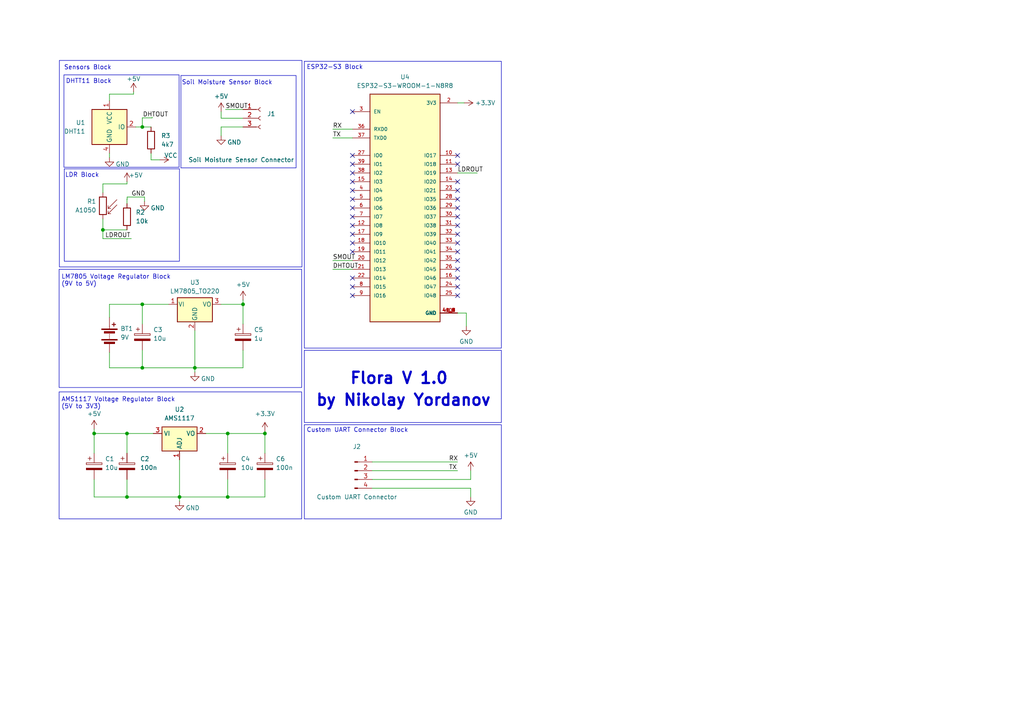
<source format=kicad_sch>
(kicad_sch (version 20230121) (generator eeschema)

  (uuid a3081fb9-31f3-42cc-9898-cab5e61fbe7b)

  (paper "A4")

  (lib_symbols
    (symbol "Connector:Conn_01x03_Socket" (pin_names (offset 1.016) hide) (in_bom yes) (on_board yes)
      (property "Reference" "J" (at 0 5.08 0)
        (effects (font (size 1.27 1.27)))
      )
      (property "Value" "Conn_01x03_Socket" (at 0 -5.08 0)
        (effects (font (size 1.27 1.27)))
      )
      (property "Footprint" "" (at 0 0 0)
        (effects (font (size 1.27 1.27)) hide)
      )
      (property "Datasheet" "~" (at 0 0 0)
        (effects (font (size 1.27 1.27)) hide)
      )
      (property "ki_locked" "" (at 0 0 0)
        (effects (font (size 1.27 1.27)))
      )
      (property "ki_keywords" "connector" (at 0 0 0)
        (effects (font (size 1.27 1.27)) hide)
      )
      (property "ki_description" "Generic connector, single row, 01x03, script generated" (at 0 0 0)
        (effects (font (size 1.27 1.27)) hide)
      )
      (property "ki_fp_filters" "Connector*:*_1x??_*" (at 0 0 0)
        (effects (font (size 1.27 1.27)) hide)
      )
      (symbol "Conn_01x03_Socket_1_1"
        (arc (start 0 -2.032) (mid -0.5058 -2.54) (end 0 -3.048)
          (stroke (width 0.1524) (type default))
          (fill (type none))
        )
        (polyline
          (pts
            (xy -1.27 -2.54)
            (xy -0.508 -2.54)
          )
          (stroke (width 0.1524) (type default))
          (fill (type none))
        )
        (polyline
          (pts
            (xy -1.27 0)
            (xy -0.508 0)
          )
          (stroke (width 0.1524) (type default))
          (fill (type none))
        )
        (polyline
          (pts
            (xy -1.27 2.54)
            (xy -0.508 2.54)
          )
          (stroke (width 0.1524) (type default))
          (fill (type none))
        )
        (arc (start 0 0.508) (mid -0.5058 0) (end 0 -0.508)
          (stroke (width 0.1524) (type default))
          (fill (type none))
        )
        (arc (start 0 3.048) (mid -0.5058 2.54) (end 0 2.032)
          (stroke (width 0.1524) (type default))
          (fill (type none))
        )
        (pin passive line (at -5.08 2.54 0) (length 3.81)
          (name "Pin_1" (effects (font (size 1.27 1.27))))
          (number "1" (effects (font (size 1.27 1.27))))
        )
        (pin passive line (at -5.08 0 0) (length 3.81)
          (name "Pin_2" (effects (font (size 1.27 1.27))))
          (number "2" (effects (font (size 1.27 1.27))))
        )
        (pin passive line (at -5.08 -2.54 0) (length 3.81)
          (name "Pin_3" (effects (font (size 1.27 1.27))))
          (number "3" (effects (font (size 1.27 1.27))))
        )
      )
    )
    (symbol "Connector:Conn_01x04_Pin" (pin_names (offset 1.016) hide) (in_bom yes) (on_board yes)
      (property "Reference" "J" (at 0 5.08 0)
        (effects (font (size 1.27 1.27)))
      )
      (property "Value" "Conn_01x04_Pin" (at 0 -7.62 0)
        (effects (font (size 1.27 1.27)))
      )
      (property "Footprint" "" (at 0 0 0)
        (effects (font (size 1.27 1.27)) hide)
      )
      (property "Datasheet" "~" (at 0 0 0)
        (effects (font (size 1.27 1.27)) hide)
      )
      (property "ki_locked" "" (at 0 0 0)
        (effects (font (size 1.27 1.27)))
      )
      (property "ki_keywords" "connector" (at 0 0 0)
        (effects (font (size 1.27 1.27)) hide)
      )
      (property "ki_description" "Generic connector, single row, 01x04, script generated" (at 0 0 0)
        (effects (font (size 1.27 1.27)) hide)
      )
      (property "ki_fp_filters" "Connector*:*_1x??_*" (at 0 0 0)
        (effects (font (size 1.27 1.27)) hide)
      )
      (symbol "Conn_01x04_Pin_1_1"
        (polyline
          (pts
            (xy 1.27 -5.08)
            (xy 0.8636 -5.08)
          )
          (stroke (width 0.1524) (type default))
          (fill (type none))
        )
        (polyline
          (pts
            (xy 1.27 -2.54)
            (xy 0.8636 -2.54)
          )
          (stroke (width 0.1524) (type default))
          (fill (type none))
        )
        (polyline
          (pts
            (xy 1.27 0)
            (xy 0.8636 0)
          )
          (stroke (width 0.1524) (type default))
          (fill (type none))
        )
        (polyline
          (pts
            (xy 1.27 2.54)
            (xy 0.8636 2.54)
          )
          (stroke (width 0.1524) (type default))
          (fill (type none))
        )
        (rectangle (start 0.8636 -4.953) (end 0 -5.207)
          (stroke (width 0.1524) (type default))
          (fill (type outline))
        )
        (rectangle (start 0.8636 -2.413) (end 0 -2.667)
          (stroke (width 0.1524) (type default))
          (fill (type outline))
        )
        (rectangle (start 0.8636 0.127) (end 0 -0.127)
          (stroke (width 0.1524) (type default))
          (fill (type outline))
        )
        (rectangle (start 0.8636 2.667) (end 0 2.413)
          (stroke (width 0.1524) (type default))
          (fill (type outline))
        )
        (pin passive line (at 5.08 2.54 180) (length 3.81)
          (name "Pin_1" (effects (font (size 1.27 1.27))))
          (number "1" (effects (font (size 1.27 1.27))))
        )
        (pin passive line (at 5.08 0 180) (length 3.81)
          (name "Pin_2" (effects (font (size 1.27 1.27))))
          (number "2" (effects (font (size 1.27 1.27))))
        )
        (pin passive line (at 5.08 -2.54 180) (length 3.81)
          (name "Pin_3" (effects (font (size 1.27 1.27))))
          (number "3" (effects (font (size 1.27 1.27))))
        )
        (pin passive line (at 5.08 -5.08 180) (length 3.81)
          (name "Pin_4" (effects (font (size 1.27 1.27))))
          (number "4" (effects (font (size 1.27 1.27))))
        )
      )
    )
    (symbol "Device:Battery" (pin_numbers hide) (pin_names (offset 0) hide) (in_bom yes) (on_board yes)
      (property "Reference" "BT" (at 2.54 2.54 0)
        (effects (font (size 1.27 1.27)) (justify left))
      )
      (property "Value" "Battery" (at 2.54 0 0)
        (effects (font (size 1.27 1.27)) (justify left))
      )
      (property "Footprint" "" (at 0 1.524 90)
        (effects (font (size 1.27 1.27)) hide)
      )
      (property "Datasheet" "~" (at 0 1.524 90)
        (effects (font (size 1.27 1.27)) hide)
      )
      (property "ki_keywords" "batt voltage-source cell" (at 0 0 0)
        (effects (font (size 1.27 1.27)) hide)
      )
      (property "ki_description" "Multiple-cell battery" (at 0 0 0)
        (effects (font (size 1.27 1.27)) hide)
      )
      (symbol "Battery_0_1"
        (rectangle (start -2.286 -1.27) (end 2.286 -1.524)
          (stroke (width 0) (type default))
          (fill (type outline))
        )
        (rectangle (start -2.286 1.778) (end 2.286 1.524)
          (stroke (width 0) (type default))
          (fill (type outline))
        )
        (rectangle (start -1.524 -2.032) (end 1.524 -2.54)
          (stroke (width 0) (type default))
          (fill (type outline))
        )
        (rectangle (start -1.524 1.016) (end 1.524 0.508)
          (stroke (width 0) (type default))
          (fill (type outline))
        )
        (polyline
          (pts
            (xy 0 -1.016)
            (xy 0 -0.762)
          )
          (stroke (width 0) (type default))
          (fill (type none))
        )
        (polyline
          (pts
            (xy 0 -0.508)
            (xy 0 -0.254)
          )
          (stroke (width 0) (type default))
          (fill (type none))
        )
        (polyline
          (pts
            (xy 0 0)
            (xy 0 0.254)
          )
          (stroke (width 0) (type default))
          (fill (type none))
        )
        (polyline
          (pts
            (xy 0 1.778)
            (xy 0 2.54)
          )
          (stroke (width 0) (type default))
          (fill (type none))
        )
        (polyline
          (pts
            (xy 0.762 3.048)
            (xy 1.778 3.048)
          )
          (stroke (width 0.254) (type default))
          (fill (type none))
        )
        (polyline
          (pts
            (xy 1.27 3.556)
            (xy 1.27 2.54)
          )
          (stroke (width 0.254) (type default))
          (fill (type none))
        )
      )
      (symbol "Battery_1_1"
        (pin passive line (at 0 5.08 270) (length 2.54)
          (name "+" (effects (font (size 1.27 1.27))))
          (number "1" (effects (font (size 1.27 1.27))))
        )
        (pin passive line (at 0 -5.08 90) (length 2.54)
          (name "-" (effects (font (size 1.27 1.27))))
          (number "2" (effects (font (size 1.27 1.27))))
        )
      )
    )
    (symbol "Device:C_Polarized" (pin_numbers hide) (pin_names (offset 0.254)) (in_bom yes) (on_board yes)
      (property "Reference" "C" (at 0.635 2.54 0)
        (effects (font (size 1.27 1.27)) (justify left))
      )
      (property "Value" "C_Polarized" (at 0.635 -2.54 0)
        (effects (font (size 1.27 1.27)) (justify left))
      )
      (property "Footprint" "" (at 0.9652 -3.81 0)
        (effects (font (size 1.27 1.27)) hide)
      )
      (property "Datasheet" "~" (at 0 0 0)
        (effects (font (size 1.27 1.27)) hide)
      )
      (property "ki_keywords" "cap capacitor" (at 0 0 0)
        (effects (font (size 1.27 1.27)) hide)
      )
      (property "ki_description" "Polarized capacitor" (at 0 0 0)
        (effects (font (size 1.27 1.27)) hide)
      )
      (property "ki_fp_filters" "CP_*" (at 0 0 0)
        (effects (font (size 1.27 1.27)) hide)
      )
      (symbol "C_Polarized_0_1"
        (rectangle (start -2.286 0.508) (end 2.286 1.016)
          (stroke (width 0) (type default))
          (fill (type none))
        )
        (polyline
          (pts
            (xy -1.778 2.286)
            (xy -0.762 2.286)
          )
          (stroke (width 0) (type default))
          (fill (type none))
        )
        (polyline
          (pts
            (xy -1.27 2.794)
            (xy -1.27 1.778)
          )
          (stroke (width 0) (type default))
          (fill (type none))
        )
        (rectangle (start 2.286 -0.508) (end -2.286 -1.016)
          (stroke (width 0) (type default))
          (fill (type outline))
        )
      )
      (symbol "C_Polarized_1_1"
        (pin passive line (at 0 3.81 270) (length 2.794)
          (name "~" (effects (font (size 1.27 1.27))))
          (number "1" (effects (font (size 1.27 1.27))))
        )
        (pin passive line (at 0 -3.81 90) (length 2.794)
          (name "~" (effects (font (size 1.27 1.27))))
          (number "2" (effects (font (size 1.27 1.27))))
        )
      )
    )
    (symbol "Device:R" (pin_numbers hide) (pin_names (offset 0)) (in_bom yes) (on_board yes)
      (property "Reference" "R" (at 2.032 0 90)
        (effects (font (size 1.27 1.27)))
      )
      (property "Value" "R" (at 0 0 90)
        (effects (font (size 1.27 1.27)))
      )
      (property "Footprint" "" (at -1.778 0 90)
        (effects (font (size 1.27 1.27)) hide)
      )
      (property "Datasheet" "~" (at 0 0 0)
        (effects (font (size 1.27 1.27)) hide)
      )
      (property "ki_keywords" "R res resistor" (at 0 0 0)
        (effects (font (size 1.27 1.27)) hide)
      )
      (property "ki_description" "Resistor" (at 0 0 0)
        (effects (font (size 1.27 1.27)) hide)
      )
      (property "ki_fp_filters" "R_*" (at 0 0 0)
        (effects (font (size 1.27 1.27)) hide)
      )
      (symbol "R_0_1"
        (rectangle (start -1.016 -2.54) (end 1.016 2.54)
          (stroke (width 0.254) (type default))
          (fill (type none))
        )
      )
      (symbol "R_1_1"
        (pin passive line (at 0 3.81 270) (length 1.27)
          (name "~" (effects (font (size 1.27 1.27))))
          (number "1" (effects (font (size 1.27 1.27))))
        )
        (pin passive line (at 0 -3.81 90) (length 1.27)
          (name "~" (effects (font (size 1.27 1.27))))
          (number "2" (effects (font (size 1.27 1.27))))
        )
      )
    )
    (symbol "ESP32-S3-WROOM-1-N8R8:ESP32-S3-WROOM-1-N8R8" (pin_names (offset 1.016)) (in_bom yes) (on_board yes)
      (property "Reference" "U" (at -10.16 34.1122 0)
        (effects (font (size 1.27 1.27)) (justify left bottom))
      )
      (property "Value" "ESP32-S3-WROOM-1-N8R8" (at -10.16 -35.56 0)
        (effects (font (size 1.27 1.27)) (justify left bottom))
      )
      (property "Footprint" "XCVR_ESP32S3WROOM1N8R8" (at 0 0 0)
        (effects (font (size 1.27 1.27)) (justify bottom) hide)
      )
      (property "Datasheet" "" (at 0 0 0)
        (effects (font (size 1.27 1.27)) hide)
      )
      (property "MF" "Espressif Systems" (at 0 0 0)
        (effects (font (size 1.27 1.27)) (justify bottom) hide)
      )
      (property "DESCRIPTION" "Bluetooth, WiFi 802.11b/g/n, Bluetooth v5.0 Transceiver Module 2.4GHz PCB Trace Surface Mount" (at 0 0 0)
        (effects (font (size 1.27 1.27)) (justify bottom) hide)
      )
      (property "PACKAGE" "SMD-41 Espressif Systems" (at 0 0 0)
        (effects (font (size 1.27 1.27)) (justify bottom) hide)
      )
      (property "PRICE" "None" (at 0 0 0)
        (effects (font (size 1.27 1.27)) (justify bottom) hide)
      )
      (property "MP" "ESP32S3WROOM1N8R8" (at 0 0 0)
        (effects (font (size 1.27 1.27)) (justify bottom) hide)
      )
      (property "AVAILABILITY" "In Stock" (at 0 0 0)
        (effects (font (size 1.27 1.27)) (justify bottom) hide)
      )
      (property "PURCHASE-URL" "https://pricing.snapeda.com/search/part/ESP32S3WROOM1N8R8/?ref=eda" (at 0 0 0)
        (effects (font (size 1.27 1.27)) (justify bottom) hide)
      )
      (symbol "ESP32-S3-WROOM-1-N8R8_0_0"
        (rectangle (start -10.16 -33.02) (end 10.16 33.02)
          (stroke (width 0.254) (type default))
          (fill (type background))
        )
        (pin power_in line (at 15.24 -30.48 180) (length 5.08)
          (name "GND" (effects (font (size 1.016 1.016))))
          (number "1" (effects (font (size 1.016 1.016))))
        )
        (pin bidirectional line (at 15.24 15.24 180) (length 5.08)
          (name "IO17" (effects (font (size 1.016 1.016))))
          (number "10" (effects (font (size 1.016 1.016))))
        )
        (pin bidirectional line (at 15.24 12.7 180) (length 5.08)
          (name "IO18" (effects (font (size 1.016 1.016))))
          (number "11" (effects (font (size 1.016 1.016))))
        )
        (pin bidirectional line (at -15.24 -5.08 0) (length 5.08)
          (name "IO8" (effects (font (size 1.016 1.016))))
          (number "12" (effects (font (size 1.016 1.016))))
        )
        (pin bidirectional line (at 15.24 10.16 180) (length 5.08)
          (name "IO19" (effects (font (size 1.016 1.016))))
          (number "13" (effects (font (size 1.016 1.016))))
        )
        (pin bidirectional line (at 15.24 7.62 180) (length 5.08)
          (name "IO20" (effects (font (size 1.016 1.016))))
          (number "14" (effects (font (size 1.016 1.016))))
        )
        (pin bidirectional line (at -15.24 7.62 0) (length 5.08)
          (name "IO3" (effects (font (size 1.016 1.016))))
          (number "15" (effects (font (size 1.016 1.016))))
        )
        (pin bidirectional line (at 15.24 -20.32 180) (length 5.08)
          (name "IO46" (effects (font (size 1.016 1.016))))
          (number "16" (effects (font (size 1.016 1.016))))
        )
        (pin bidirectional line (at -15.24 -7.62 0) (length 5.08)
          (name "IO9" (effects (font (size 1.016 1.016))))
          (number "17" (effects (font (size 1.016 1.016))))
        )
        (pin bidirectional line (at -15.24 -10.16 0) (length 5.08)
          (name "IO10" (effects (font (size 1.016 1.016))))
          (number "18" (effects (font (size 1.016 1.016))))
        )
        (pin bidirectional line (at -15.24 -12.7 0) (length 5.08)
          (name "IO11" (effects (font (size 1.016 1.016))))
          (number "19" (effects (font (size 1.016 1.016))))
        )
        (pin power_in line (at 15.24 30.48 180) (length 5.08)
          (name "3V3" (effects (font (size 1.016 1.016))))
          (number "2" (effects (font (size 1.016 1.016))))
        )
        (pin bidirectional line (at -15.24 -15.24 0) (length 5.08)
          (name "IO12" (effects (font (size 1.016 1.016))))
          (number "20" (effects (font (size 1.016 1.016))))
        )
        (pin bidirectional line (at -15.24 -17.78 0) (length 5.08)
          (name "IO13" (effects (font (size 1.016 1.016))))
          (number "21" (effects (font (size 1.016 1.016))))
        )
        (pin bidirectional line (at -15.24 -20.32 0) (length 5.08)
          (name "IO14" (effects (font (size 1.016 1.016))))
          (number "22" (effects (font (size 1.016 1.016))))
        )
        (pin bidirectional line (at 15.24 5.08 180) (length 5.08)
          (name "IO21" (effects (font (size 1.016 1.016))))
          (number "23" (effects (font (size 1.016 1.016))))
        )
        (pin bidirectional line (at 15.24 -22.86 180) (length 5.08)
          (name "IO47" (effects (font (size 1.016 1.016))))
          (number "24" (effects (font (size 1.016 1.016))))
        )
        (pin bidirectional line (at 15.24 -25.4 180) (length 5.08)
          (name "IO48" (effects (font (size 1.016 1.016))))
          (number "25" (effects (font (size 1.016 1.016))))
        )
        (pin bidirectional line (at 15.24 -17.78 180) (length 5.08)
          (name "IO45" (effects (font (size 1.016 1.016))))
          (number "26" (effects (font (size 1.016 1.016))))
        )
        (pin bidirectional line (at -15.24 15.24 0) (length 5.08)
          (name "IO0" (effects (font (size 1.016 1.016))))
          (number "27" (effects (font (size 1.016 1.016))))
        )
        (pin bidirectional line (at 15.24 2.54 180) (length 5.08)
          (name "IO35" (effects (font (size 1.016 1.016))))
          (number "28" (effects (font (size 1.016 1.016))))
        )
        (pin bidirectional line (at 15.24 0 180) (length 5.08)
          (name "IO36" (effects (font (size 1.016 1.016))))
          (number "29" (effects (font (size 1.016 1.016))))
        )
        (pin input line (at -15.24 27.94 0) (length 5.08)
          (name "EN" (effects (font (size 1.016 1.016))))
          (number "3" (effects (font (size 1.016 1.016))))
        )
        (pin bidirectional line (at 15.24 -2.54 180) (length 5.08)
          (name "IO37" (effects (font (size 1.016 1.016))))
          (number "30" (effects (font (size 1.016 1.016))))
        )
        (pin bidirectional line (at 15.24 -5.08 180) (length 5.08)
          (name "IO38" (effects (font (size 1.016 1.016))))
          (number "31" (effects (font (size 1.016 1.016))))
        )
        (pin bidirectional line (at 15.24 -7.62 180) (length 5.08)
          (name "IO39" (effects (font (size 1.016 1.016))))
          (number "32" (effects (font (size 1.016 1.016))))
        )
        (pin bidirectional line (at 15.24 -10.16 180) (length 5.08)
          (name "IO40" (effects (font (size 1.016 1.016))))
          (number "33" (effects (font (size 1.016 1.016))))
        )
        (pin bidirectional line (at 15.24 -12.7 180) (length 5.08)
          (name "IO41" (effects (font (size 1.016 1.016))))
          (number "34" (effects (font (size 1.016 1.016))))
        )
        (pin bidirectional line (at 15.24 -15.24 180) (length 5.08)
          (name "IO42" (effects (font (size 1.016 1.016))))
          (number "35" (effects (font (size 1.016 1.016))))
        )
        (pin bidirectional line (at -15.24 22.86 0) (length 5.08)
          (name "RXD0" (effects (font (size 1.016 1.016))))
          (number "36" (effects (font (size 1.016 1.016))))
        )
        (pin bidirectional line (at -15.24 20.32 0) (length 5.08)
          (name "TXD0" (effects (font (size 1.016 1.016))))
          (number "37" (effects (font (size 1.016 1.016))))
        )
        (pin bidirectional line (at -15.24 10.16 0) (length 5.08)
          (name "IO2" (effects (font (size 1.016 1.016))))
          (number "38" (effects (font (size 1.016 1.016))))
        )
        (pin bidirectional line (at -15.24 12.7 0) (length 5.08)
          (name "IO1" (effects (font (size 1.016 1.016))))
          (number "39" (effects (font (size 1.016 1.016))))
        )
        (pin bidirectional line (at -15.24 5.08 0) (length 5.08)
          (name "IO4" (effects (font (size 1.016 1.016))))
          (number "4" (effects (font (size 1.016 1.016))))
        )
        (pin power_in line (at 15.24 -30.48 180) (length 5.08)
          (name "GND" (effects (font (size 1.016 1.016))))
          (number "40" (effects (font (size 1.016 1.016))))
        )
        (pin power_in line (at 15.24 -30.48 180) (length 5.08)
          (name "GND" (effects (font (size 1.016 1.016))))
          (number "41_1" (effects (font (size 1.016 1.016))))
        )
        (pin power_in line (at 15.24 -30.48 180) (length 5.08)
          (name "GND" (effects (font (size 1.016 1.016))))
          (number "41_2" (effects (font (size 1.016 1.016))))
        )
        (pin power_in line (at 15.24 -30.48 180) (length 5.08)
          (name "GND" (effects (font (size 1.016 1.016))))
          (number "41_3" (effects (font (size 1.016 1.016))))
        )
        (pin power_in line (at 15.24 -30.48 180) (length 5.08)
          (name "GND" (effects (font (size 1.016 1.016))))
          (number "41_4" (effects (font (size 1.016 1.016))))
        )
        (pin power_in line (at 15.24 -30.48 180) (length 5.08)
          (name "GND" (effects (font (size 1.016 1.016))))
          (number "41_5" (effects (font (size 1.016 1.016))))
        )
        (pin power_in line (at 15.24 -30.48 180) (length 5.08)
          (name "GND" (effects (font (size 1.016 1.016))))
          (number "41_6" (effects (font (size 1.016 1.016))))
        )
        (pin power_in line (at 15.24 -30.48 180) (length 5.08)
          (name "GND" (effects (font (size 1.016 1.016))))
          (number "41_7" (effects (font (size 1.016 1.016))))
        )
        (pin power_in line (at 15.24 -30.48 180) (length 5.08)
          (name "GND" (effects (font (size 1.016 1.016))))
          (number "41_8" (effects (font (size 1.016 1.016))))
        )
        (pin power_in line (at 15.24 -30.48 180) (length 5.08)
          (name "GND" (effects (font (size 1.016 1.016))))
          (number "41_9" (effects (font (size 1.016 1.016))))
        )
        (pin bidirectional line (at -15.24 2.54 0) (length 5.08)
          (name "IO5" (effects (font (size 1.016 1.016))))
          (number "5" (effects (font (size 1.016 1.016))))
        )
        (pin bidirectional line (at -15.24 0 0) (length 5.08)
          (name "IO6" (effects (font (size 1.016 1.016))))
          (number "6" (effects (font (size 1.016 1.016))))
        )
        (pin bidirectional line (at -15.24 -2.54 0) (length 5.08)
          (name "IO7" (effects (font (size 1.016 1.016))))
          (number "7" (effects (font (size 1.016 1.016))))
        )
        (pin bidirectional line (at -15.24 -22.86 0) (length 5.08)
          (name "IO15" (effects (font (size 1.016 1.016))))
          (number "8" (effects (font (size 1.016 1.016))))
        )
        (pin bidirectional line (at -15.24 -25.4 0) (length 5.08)
          (name "IO16" (effects (font (size 1.016 1.016))))
          (number "9" (effects (font (size 1.016 1.016))))
        )
      )
    )
    (symbol "Regulator_Linear:AMS1117" (in_bom yes) (on_board yes)
      (property "Reference" "U" (at -3.81 3.175 0)
        (effects (font (size 1.27 1.27)))
      )
      (property "Value" "AMS1117" (at 0 3.175 0)
        (effects (font (size 1.27 1.27)) (justify left))
      )
      (property "Footprint" "Package_TO_SOT_SMD:SOT-223-3_TabPin2" (at 0 5.08 0)
        (effects (font (size 1.27 1.27)) hide)
      )
      (property "Datasheet" "http://www.advanced-monolithic.com/pdf/ds1117.pdf" (at 2.54 -6.35 0)
        (effects (font (size 1.27 1.27)) hide)
      )
      (property "ki_keywords" "linear regulator ldo adjustable positive" (at 0 0 0)
        (effects (font (size 1.27 1.27)) hide)
      )
      (property "ki_description" "1A Low Dropout regulator, positive, adjustable output, SOT-223" (at 0 0 0)
        (effects (font (size 1.27 1.27)) hide)
      )
      (property "ki_fp_filters" "SOT?223*TabPin2*" (at 0 0 0)
        (effects (font (size 1.27 1.27)) hide)
      )
      (symbol "AMS1117_0_1"
        (rectangle (start -5.08 -5.08) (end 5.08 1.905)
          (stroke (width 0.254) (type default))
          (fill (type background))
        )
      )
      (symbol "AMS1117_1_1"
        (pin input line (at 0 -7.62 90) (length 2.54)
          (name "ADJ" (effects (font (size 1.27 1.27))))
          (number "1" (effects (font (size 1.27 1.27))))
        )
        (pin power_out line (at 7.62 0 180) (length 2.54)
          (name "VO" (effects (font (size 1.27 1.27))))
          (number "2" (effects (font (size 1.27 1.27))))
        )
        (pin power_in line (at -7.62 0 0) (length 2.54)
          (name "VI" (effects (font (size 1.27 1.27))))
          (number "3" (effects (font (size 1.27 1.27))))
        )
      )
    )
    (symbol "Regulator_Linear:LM7805_TO220" (pin_names (offset 0.254)) (in_bom yes) (on_board yes)
      (property "Reference" "U" (at -3.81 3.175 0)
        (effects (font (size 1.27 1.27)))
      )
      (property "Value" "LM7805_TO220" (at 0 3.175 0)
        (effects (font (size 1.27 1.27)) (justify left))
      )
      (property "Footprint" "Package_TO_SOT_THT:TO-220-3_Vertical" (at 0 5.715 0)
        (effects (font (size 1.27 1.27) italic) hide)
      )
      (property "Datasheet" "https://www.onsemi.cn/PowerSolutions/document/MC7800-D.PDF" (at 0 -1.27 0)
        (effects (font (size 1.27 1.27)) hide)
      )
      (property "ki_keywords" "Voltage Regulator 1A Positive" (at 0 0 0)
        (effects (font (size 1.27 1.27)) hide)
      )
      (property "ki_description" "Positive 1A 35V Linear Regulator, Fixed Output 5V, TO-220" (at 0 0 0)
        (effects (font (size 1.27 1.27)) hide)
      )
      (property "ki_fp_filters" "TO?220*" (at 0 0 0)
        (effects (font (size 1.27 1.27)) hide)
      )
      (symbol "LM7805_TO220_0_1"
        (rectangle (start -5.08 1.905) (end 5.08 -5.08)
          (stroke (width 0.254) (type default))
          (fill (type background))
        )
      )
      (symbol "LM7805_TO220_1_1"
        (pin power_in line (at -7.62 0 0) (length 2.54)
          (name "VI" (effects (font (size 1.27 1.27))))
          (number "1" (effects (font (size 1.27 1.27))))
        )
        (pin power_in line (at 0 -7.62 90) (length 2.54)
          (name "GND" (effects (font (size 1.27 1.27))))
          (number "2" (effects (font (size 1.27 1.27))))
        )
        (pin power_out line (at 7.62 0 180) (length 2.54)
          (name "VO" (effects (font (size 1.27 1.27))))
          (number "3" (effects (font (size 1.27 1.27))))
        )
      )
    )
    (symbol "Sensor:DHT11" (in_bom yes) (on_board yes)
      (property "Reference" "U" (at -3.81 6.35 0)
        (effects (font (size 1.27 1.27)))
      )
      (property "Value" "DHT11" (at 3.81 6.35 0)
        (effects (font (size 1.27 1.27)))
      )
      (property "Footprint" "Sensor:Aosong_DHT11_5.5x12.0_P2.54mm" (at 0 -10.16 0)
        (effects (font (size 1.27 1.27)) hide)
      )
      (property "Datasheet" "http://akizukidenshi.com/download/ds/aosong/DHT11.pdf" (at 3.81 6.35 0)
        (effects (font (size 1.27 1.27)) hide)
      )
      (property "ki_keywords" "Digital temperature humidity sensor" (at 0 0 0)
        (effects (font (size 1.27 1.27)) hide)
      )
      (property "ki_description" "Temperature and humidity module" (at 0 0 0)
        (effects (font (size 1.27 1.27)) hide)
      )
      (property "ki_fp_filters" "Aosong*DHT11*5.5x12.0*P2.54mm*" (at 0 0 0)
        (effects (font (size 1.27 1.27)) hide)
      )
      (symbol "DHT11_0_1"
        (rectangle (start -5.08 5.08) (end 5.08 -5.08)
          (stroke (width 0.254) (type default))
          (fill (type background))
        )
      )
      (symbol "DHT11_1_1"
        (pin power_in line (at 0 7.62 270) (length 2.54)
          (name "VCC" (effects (font (size 1.27 1.27))))
          (number "1" (effects (font (size 1.27 1.27))))
        )
        (pin bidirectional line (at 7.62 0 180) (length 2.54)
          (name "IO" (effects (font (size 1.27 1.27))))
          (number "2" (effects (font (size 1.27 1.27))))
        )
        (pin no_connect line (at -5.08 0 0) (length 2.54) hide
          (name "NC" (effects (font (size 1.27 1.27))))
          (number "3" (effects (font (size 1.27 1.27))))
        )
        (pin power_in line (at 0 -7.62 90) (length 2.54)
          (name "GND" (effects (font (size 1.27 1.27))))
          (number "4" (effects (font (size 1.27 1.27))))
        )
      )
    )
    (symbol "Sensor_Optical:A1050" (pin_numbers hide) (pin_names (offset 0)) (in_bom yes) (on_board yes)
      (property "Reference" "R" (at -5.08 0 90)
        (effects (font (size 1.27 1.27)))
      )
      (property "Value" "A1050" (at 1.905 0 90)
        (effects (font (size 1.27 1.27)) (justify top))
      )
      (property "Footprint" "OptoDevice:R_LDR_D6.4mm_P3.4mm_Vertical" (at 4.445 0 90)
        (effects (font (size 1.27 1.27)) hide)
      )
      (property "Datasheet" "http://cdn-reichelt.de/documents/datenblatt/A500/A106012.pdf" (at 0 -1.27 0)
        (effects (font (size 1.27 1.27)) hide)
      )
      (property "ki_keywords" "light dependent photo resistor LDR" (at 0 0 0)
        (effects (font (size 1.27 1.27)) hide)
      )
      (property "ki_description" "light dependent resistor" (at 0 0 0)
        (effects (font (size 1.27 1.27)) hide)
      )
      (property "ki_fp_filters" "R*LDR*D6.4*P3.4*" (at 0 0 0)
        (effects (font (size 1.27 1.27)) hide)
      )
      (symbol "A1050_0_1"
        (rectangle (start -1.016 2.54) (end 1.016 -2.54)
          (stroke (width 0.254) (type default))
          (fill (type none))
        )
        (polyline
          (pts
            (xy -1.524 -2.286)
            (xy -4.064 0.254)
          )
          (stroke (width 0) (type default))
          (fill (type none))
        )
        (polyline
          (pts
            (xy -1.524 -2.286)
            (xy -2.286 -2.286)
          )
          (stroke (width 0) (type default))
          (fill (type none))
        )
        (polyline
          (pts
            (xy -1.524 -2.286)
            (xy -1.524 -1.524)
          )
          (stroke (width 0) (type default))
          (fill (type none))
        )
        (polyline
          (pts
            (xy -1.524 -0.762)
            (xy -4.064 1.778)
          )
          (stroke (width 0) (type default))
          (fill (type none))
        )
        (polyline
          (pts
            (xy -1.524 -0.762)
            (xy -2.286 -0.762)
          )
          (stroke (width 0) (type default))
          (fill (type none))
        )
        (polyline
          (pts
            (xy -1.524 -0.762)
            (xy -1.524 0)
          )
          (stroke (width 0) (type default))
          (fill (type none))
        )
      )
      (symbol "A1050_1_1"
        (pin passive line (at 0 3.81 270) (length 1.27)
          (name "~" (effects (font (size 1.27 1.27))))
          (number "1" (effects (font (size 1.27 1.27))))
        )
        (pin passive line (at 0 -3.81 90) (length 1.27)
          (name "~" (effects (font (size 1.27 1.27))))
          (number "2" (effects (font (size 1.27 1.27))))
        )
      )
    )
    (symbol "power:+3.3V" (power) (pin_names (offset 0)) (in_bom yes) (on_board yes)
      (property "Reference" "#PWR" (at 0 -3.81 0)
        (effects (font (size 1.27 1.27)) hide)
      )
      (property "Value" "+3.3V" (at 0 3.556 0)
        (effects (font (size 1.27 1.27)))
      )
      (property "Footprint" "" (at 0 0 0)
        (effects (font (size 1.27 1.27)) hide)
      )
      (property "Datasheet" "" (at 0 0 0)
        (effects (font (size 1.27 1.27)) hide)
      )
      (property "ki_keywords" "global power" (at 0 0 0)
        (effects (font (size 1.27 1.27)) hide)
      )
      (property "ki_description" "Power symbol creates a global label with name \"+3.3V\"" (at 0 0 0)
        (effects (font (size 1.27 1.27)) hide)
      )
      (symbol "+3.3V_0_1"
        (polyline
          (pts
            (xy -0.762 1.27)
            (xy 0 2.54)
          )
          (stroke (width 0) (type default))
          (fill (type none))
        )
        (polyline
          (pts
            (xy 0 0)
            (xy 0 2.54)
          )
          (stroke (width 0) (type default))
          (fill (type none))
        )
        (polyline
          (pts
            (xy 0 2.54)
            (xy 0.762 1.27)
          )
          (stroke (width 0) (type default))
          (fill (type none))
        )
      )
      (symbol "+3.3V_1_1"
        (pin power_in line (at 0 0 90) (length 0) hide
          (name "+3.3V" (effects (font (size 1.27 1.27))))
          (number "1" (effects (font (size 1.27 1.27))))
        )
      )
    )
    (symbol "power:+5V" (power) (pin_names (offset 0)) (in_bom yes) (on_board yes)
      (property "Reference" "#PWR" (at 0 -3.81 0)
        (effects (font (size 1.27 1.27)) hide)
      )
      (property "Value" "+5V" (at 0 3.556 0)
        (effects (font (size 1.27 1.27)))
      )
      (property "Footprint" "" (at 0 0 0)
        (effects (font (size 1.27 1.27)) hide)
      )
      (property "Datasheet" "" (at 0 0 0)
        (effects (font (size 1.27 1.27)) hide)
      )
      (property "ki_keywords" "global power" (at 0 0 0)
        (effects (font (size 1.27 1.27)) hide)
      )
      (property "ki_description" "Power symbol creates a global label with name \"+5V\"" (at 0 0 0)
        (effects (font (size 1.27 1.27)) hide)
      )
      (symbol "+5V_0_1"
        (polyline
          (pts
            (xy -0.762 1.27)
            (xy 0 2.54)
          )
          (stroke (width 0) (type default))
          (fill (type none))
        )
        (polyline
          (pts
            (xy 0 0)
            (xy 0 2.54)
          )
          (stroke (width 0) (type default))
          (fill (type none))
        )
        (polyline
          (pts
            (xy 0 2.54)
            (xy 0.762 1.27)
          )
          (stroke (width 0) (type default))
          (fill (type none))
        )
      )
      (symbol "+5V_1_1"
        (pin power_in line (at 0 0 90) (length 0) hide
          (name "+5V" (effects (font (size 1.27 1.27))))
          (number "1" (effects (font (size 1.27 1.27))))
        )
      )
    )
    (symbol "power:GND" (power) (pin_names (offset 0)) (in_bom yes) (on_board yes)
      (property "Reference" "#PWR" (at 0 -6.35 0)
        (effects (font (size 1.27 1.27)) hide)
      )
      (property "Value" "GND" (at 0 -3.81 0)
        (effects (font (size 1.27 1.27)))
      )
      (property "Footprint" "" (at 0 0 0)
        (effects (font (size 1.27 1.27)) hide)
      )
      (property "Datasheet" "" (at 0 0 0)
        (effects (font (size 1.27 1.27)) hide)
      )
      (property "ki_keywords" "global power" (at 0 0 0)
        (effects (font (size 1.27 1.27)) hide)
      )
      (property "ki_description" "Power symbol creates a global label with name \"GND\" , ground" (at 0 0 0)
        (effects (font (size 1.27 1.27)) hide)
      )
      (symbol "GND_0_1"
        (polyline
          (pts
            (xy 0 0)
            (xy 0 -1.27)
            (xy 1.27 -1.27)
            (xy 0 -2.54)
            (xy -1.27 -1.27)
            (xy 0 -1.27)
          )
          (stroke (width 0) (type default))
          (fill (type none))
        )
      )
      (symbol "GND_1_1"
        (pin power_in line (at 0 0 270) (length 0) hide
          (name "GND" (effects (font (size 1.27 1.27))))
          (number "1" (effects (font (size 1.27 1.27))))
        )
      )
    )
    (symbol "power:VCC" (power) (pin_names (offset 0)) (in_bom yes) (on_board yes)
      (property "Reference" "#PWR" (at 0 -3.81 0)
        (effects (font (size 1.27 1.27)) hide)
      )
      (property "Value" "VCC" (at 0 3.81 0)
        (effects (font (size 1.27 1.27)))
      )
      (property "Footprint" "" (at 0 0 0)
        (effects (font (size 1.27 1.27)) hide)
      )
      (property "Datasheet" "" (at 0 0 0)
        (effects (font (size 1.27 1.27)) hide)
      )
      (property "ki_keywords" "global power" (at 0 0 0)
        (effects (font (size 1.27 1.27)) hide)
      )
      (property "ki_description" "Power symbol creates a global label with name \"VCC\"" (at 0 0 0)
        (effects (font (size 1.27 1.27)) hide)
      )
      (symbol "VCC_0_1"
        (polyline
          (pts
            (xy -0.762 1.27)
            (xy 0 2.54)
          )
          (stroke (width 0) (type default))
          (fill (type none))
        )
        (polyline
          (pts
            (xy 0 0)
            (xy 0 2.54)
          )
          (stroke (width 0) (type default))
          (fill (type none))
        )
        (polyline
          (pts
            (xy 0 2.54)
            (xy 0.762 1.27)
          )
          (stroke (width 0) (type default))
          (fill (type none))
        )
      )
      (symbol "VCC_1_1"
        (pin power_in line (at 0 0 90) (length 0) hide
          (name "VCC" (effects (font (size 1.27 1.27))))
          (number "1" (effects (font (size 1.27 1.27))))
        )
      )
    )
  )

  (junction (at 56.515 106.68) (diameter 0) (color 0 0 0 0)
    (uuid 01df5929-2a3e-47bd-b93a-4d3580f56385)
  )
  (junction (at 66.04 144.145) (diameter 0) (color 0 0 0 0)
    (uuid 177fb7b9-73ff-4ea9-8e86-5107fb7280d7)
  )
  (junction (at 76.835 125.73) (diameter 0) (color 0 0 0 0)
    (uuid 18410e2c-185e-4c0b-b0bf-a535b5ff4f0a)
  )
  (junction (at 36.83 144.145) (diameter 0) (color 0 0 0 0)
    (uuid 68825e21-aaa9-4792-b4da-7719576eea6c)
  )
  (junction (at 27.305 125.73) (diameter 0) (color 0 0 0 0)
    (uuid 7cd1bdf8-d565-4ed2-9d50-3fe24b68772c)
  )
  (junction (at 52.07 144.145) (diameter 0) (color 0 0 0 0)
    (uuid 88e3438f-125b-41aa-9d3f-c87ce910a750)
  )
  (junction (at 36.83 125.73) (diameter 0) (color 0 0 0 0)
    (uuid b0a6af00-cc7f-4cdf-b2c2-280953630e3f)
  )
  (junction (at 41.275 88.265) (diameter 0) (color 0 0 0 0)
    (uuid b3fe73b8-8991-439b-b12f-83e4182aeb45)
  )
  (junction (at 70.485 88.265) (diameter 0) (color 0 0 0 0)
    (uuid bf3efe58-0616-470a-8bde-e1dfca4a77e0)
  )
  (junction (at 66.04 125.73) (diameter 0) (color 0 0 0 0)
    (uuid ce97647a-375c-46a2-8e89-d8c4ad7db55c)
  )
  (junction (at 41.275 36.83) (diameter 0) (color 0 0 0 0)
    (uuid d2b5da51-34e2-466c-9650-e3f3ca978fe8)
  )
  (junction (at 29.845 66.675) (diameter 0) (color 0 0 0 0)
    (uuid e35fe9c6-9a3a-40ce-9c24-65df4e55c51e)
  )
  (junction (at 41.275 106.68) (diameter 0) (color 0 0 0 0)
    (uuid feaa39be-e407-4ff9-8352-754858644512)
  )

  (no_connect (at 132.715 70.485) (uuid 143a1897-5e7e-4d86-b022-9e316996adb7))
  (no_connect (at 132.715 65.405) (uuid 157bc85d-ce1c-4b31-9dd8-65fea78727dc))
  (no_connect (at 132.715 47.625) (uuid 1af7d105-de8d-4800-b87b-58f3c179e298))
  (no_connect (at 102.235 83.185) (uuid 1d5ef519-c80d-4f8a-b6a5-b98f77027ecf))
  (no_connect (at 132.715 85.725) (uuid 1f74078a-b966-4683-8e71-3f40683422ca))
  (no_connect (at 102.235 57.785) (uuid 21e1a8f7-fa66-42df-9ec6-1db4e368cd6b))
  (no_connect (at 132.715 62.865) (uuid 26dcbec3-d6f6-4091-8696-fe2c18c7e79e))
  (no_connect (at 132.715 75.565) (uuid 276c7989-6a07-455f-be41-c9d4a88872d3))
  (no_connect (at 132.715 60.325) (uuid 28eac346-1919-4deb-abe4-436343d9bd6d))
  (no_connect (at 132.715 45.085) (uuid 2e44f463-d08b-4205-ba40-fa8806b3ed67))
  (no_connect (at 102.235 62.865) (uuid 357a984a-4d82-4328-889c-6df55f617ae7))
  (no_connect (at 132.715 83.185) (uuid 3b4e740a-4683-4ac1-817d-4a1be6118ac3))
  (no_connect (at 102.235 47.625) (uuid 41c0d529-eae1-4618-b6a1-d08dd21a6fda))
  (no_connect (at 132.715 52.705) (uuid 46b69517-3f4a-4a42-bda7-d114081c8015))
  (no_connect (at 102.235 67.945) (uuid 4e83b2f0-2b87-4648-b57a-4d72651d933a))
  (no_connect (at 132.715 55.245) (uuid 566faaee-29e3-4bfd-b601-4a78bb04ac45))
  (no_connect (at 132.715 80.645) (uuid 5df7c670-507e-4faf-b597-aab67e61879a))
  (no_connect (at 132.715 73.025) (uuid 69a9ffcf-3f26-490f-8870-c900e842f46e))
  (no_connect (at 102.235 70.485) (uuid 8567a21a-18a9-4887-b940-ca7dfee47a6e))
  (no_connect (at 102.235 80.645) (uuid 92afc561-08c1-4887-a403-1ff1034b6425))
  (no_connect (at 132.715 57.785) (uuid 9c081aa6-7904-4db5-8298-bc601a082e5f))
  (no_connect (at 102.235 45.085) (uuid a1a63d8e-b441-4531-ade8-3f8cfa53907f))
  (no_connect (at 102.235 50.165) (uuid a886afea-c9f2-4305-a424-95d26564ca59))
  (no_connect (at 102.235 85.725) (uuid a940b31e-17dc-43cd-a760-f51209f28eec))
  (no_connect (at 102.235 65.405) (uuid bb51adbc-6019-4397-8483-0608f63d061b))
  (no_connect (at 102.235 55.245) (uuid bbd1fffb-44ad-4323-b5a8-4e82c4345f13))
  (no_connect (at 102.235 60.325) (uuid c895cd89-fa1a-46e9-b7a0-d87016bca9ca))
  (no_connect (at 102.235 52.705) (uuid c8ffd55b-95f2-4015-b8e1-0f6754dfbdc1))
  (no_connect (at 102.235 32.385) (uuid caffe26b-2e9e-4de6-8bf5-011779138688))
  (no_connect (at 102.235 73.025) (uuid d5236ea5-485d-421a-a910-75586ea84602))
  (no_connect (at 132.715 78.105) (uuid ddbeb5ec-3bca-42f4-ae20-cf29e1d2941b))
  (no_connect (at 132.715 67.945) (uuid ddd663c0-283a-4c15-8900-96b578432cca))

  (wire (pts (xy 43.815 46.355) (xy 46.355 46.355))
    (stroke (width 0) (type default))
    (uuid 0b825e04-d6ae-4672-b44f-603550dbd26f)
  )
  (wire (pts (xy 31.75 44.45) (xy 31.75 45.72))
    (stroke (width 0) (type default))
    (uuid 0b8ac476-0a25-49d9-9809-6fa1dd9e99c7)
  )
  (wire (pts (xy 136.525 141.605) (xy 136.525 144.145))
    (stroke (width 0) (type default))
    (uuid 0bd514a4-9eb8-436a-95f9-a410e14f51af)
  )
  (wire (pts (xy 41.91 58.42) (xy 41.91 57.15))
    (stroke (width 0) (type default))
    (uuid 0c39ce85-8a99-4ade-afd8-9b10d280f2fe)
  )
  (wire (pts (xy 27.305 125.73) (xy 36.83 125.73))
    (stroke (width 0) (type default))
    (uuid 17e1c683-d34a-4380-8a3b-d2357aeaf6b6)
  )
  (wire (pts (xy 29.845 66.675) (xy 36.83 66.675))
    (stroke (width 0) (type default))
    (uuid 1c7b2ce9-6ff8-4c84-b566-01af59a101c9)
  )
  (wire (pts (xy 31.75 88.265) (xy 41.275 88.265))
    (stroke (width 0) (type default))
    (uuid 2131b9c7-1a2d-4b59-9d60-029b9f8d8322)
  )
  (wire (pts (xy 135.255 90.805) (xy 135.255 94.615))
    (stroke (width 0) (type default))
    (uuid 22ce0d89-1646-4bf7-93c4-dc741b7c1fee)
  )
  (wire (pts (xy 41.275 34.1884) (xy 44.1452 34.1884))
    (stroke (width 0) (type default))
    (uuid 231dc993-475d-48c1-8a2b-f3f128ade0c7)
  )
  (wire (pts (xy 76.835 125.095) (xy 76.835 125.73))
    (stroke (width 0) (type default))
    (uuid 23dc0c89-5c47-4176-ab83-e1a0e664557b)
  )
  (wire (pts (xy 36.8808 57.785) (xy 36.8808 57.15))
    (stroke (width 0) (type default))
    (uuid 24509f06-9856-40d7-ad8d-6b96a64b30cd)
  )
  (wire (pts (xy 36.8808 57.15) (xy 41.91 57.15))
    (stroke (width 0) (type default))
    (uuid 271d9758-c987-41da-81fc-ace9a1f0d8bb)
  )
  (wire (pts (xy 36.83 57.785) (xy 36.83 59.055))
    (stroke (width 0) (type default))
    (uuid 27ee6ee0-8888-48b7-8f49-65722b8ffbb7)
  )
  (wire (pts (xy 56.515 95.885) (xy 56.515 106.68))
    (stroke (width 0) (type default))
    (uuid 2889e6e1-01e7-40f9-bd8e-1a4aa4a5e7b5)
  )
  (wire (pts (xy 64.135 34.29) (xy 70.485 34.29))
    (stroke (width 0) (type default))
    (uuid 2891b0d3-a11e-428e-be91-2b667ae9a7ec)
  )
  (wire (pts (xy 31.75 102.235) (xy 31.75 106.68))
    (stroke (width 0) (type default))
    (uuid 2d5fa446-e934-41d5-b74f-f599f1a19238)
  )
  (wire (pts (xy 59.69 125.73) (xy 66.04 125.73))
    (stroke (width 0) (type default))
    (uuid 339a4749-2ddc-49d4-99d6-3fd2a4e2b886)
  )
  (wire (pts (xy 66.04 125.73) (xy 66.04 131.445))
    (stroke (width 0) (type default))
    (uuid 34c2f7da-6517-4106-aa56-655d3f9d307b)
  )
  (wire (pts (xy 76.835 139.065) (xy 76.835 144.145))
    (stroke (width 0) (type default))
    (uuid 37117d4c-303a-4ad4-a97b-a8e8b88f3bf6)
  )
  (wire (pts (xy 107.95 133.985) (xy 132.715 133.985))
    (stroke (width 0) (type default))
    (uuid 3e631cb7-a011-4664-8365-bdebd16cf892)
  )
  (wire (pts (xy 36.83 52.705) (xy 36.83 53.34))
    (stroke (width 0) (type default))
    (uuid 44b3657c-41b0-4081-84fe-0648ba124885)
  )
  (wire (pts (xy 96.52 78.105) (xy 102.235 78.105))
    (stroke (width 0) (type default))
    (uuid 48307148-9243-4c65-a04f-7d6287ab777a)
  )
  (wire (pts (xy 65.405 31.75) (xy 70.485 31.75))
    (stroke (width 0) (type default))
    (uuid 498c82a5-400f-483c-b0cc-245c6b453662)
  )
  (wire (pts (xy 107.95 136.525) (xy 132.715 136.525))
    (stroke (width 0) (type default))
    (uuid 4cf8174e-0502-4ffb-bbd8-aed6b327a5fe)
  )
  (wire (pts (xy 66.04 139.065) (xy 66.04 144.145))
    (stroke (width 0) (type default))
    (uuid 4e19d6c4-620c-4336-8948-a274c85b11a0)
  )
  (wire (pts (xy 56.515 106.68) (xy 70.485 106.68))
    (stroke (width 0) (type default))
    (uuid 5f02c198-1ee3-476b-8274-3e1af9e31f3d)
  )
  (wire (pts (xy 64.135 32.385) (xy 64.135 34.29))
    (stroke (width 0) (type default))
    (uuid 6191a563-ec8b-4f2e-adc9-7ed31f09f17b)
  )
  (wire (pts (xy 52.07 144.145) (xy 52.07 145.415))
    (stroke (width 0) (type default))
    (uuid 6862b63d-0f8c-4c6d-8fd8-9bb58eb00e82)
  )
  (wire (pts (xy 96.52 75.565) (xy 102.235 75.565))
    (stroke (width 0) (type default))
    (uuid 6872684b-1ba7-4b5b-b908-3a484bdf30d0)
  )
  (wire (pts (xy 38.735 26.67) (xy 38.735 27.305))
    (stroke (width 0) (type default))
    (uuid 68dc60a2-1e84-486a-94ee-c05207a1c921)
  )
  (wire (pts (xy 96.52 40.005) (xy 102.235 40.005))
    (stroke (width 0) (type default))
    (uuid 6944daeb-33b4-4931-a74e-f965c5e30d92)
  )
  (wire (pts (xy 132.715 29.845) (xy 134.62 29.845))
    (stroke (width 0) (type default))
    (uuid 69da032f-555a-4066-aa57-6acaf4363e81)
  )
  (wire (pts (xy 31.75 27.305) (xy 38.735 27.305))
    (stroke (width 0) (type default))
    (uuid 6bdfb694-cc1c-4168-bd40-8e50596f2035)
  )
  (wire (pts (xy 36.83 125.73) (xy 36.83 131.445))
    (stroke (width 0) (type default))
    (uuid 6f780418-852a-47e3-b314-c72520148b0f)
  )
  (wire (pts (xy 36.83 139.065) (xy 36.83 144.145))
    (stroke (width 0) (type default))
    (uuid 72e249b8-3914-4701-a291-160ec338f988)
  )
  (wire (pts (xy 41.275 88.265) (xy 41.275 93.98))
    (stroke (width 0) (type default))
    (uuid 73b04dad-4be7-457e-a493-1ce86fd1da54)
  )
  (wire (pts (xy 107.95 141.605) (xy 136.525 141.605))
    (stroke (width 0) (type default))
    (uuid 7974354f-7b9f-47b7-ba00-270f760e9104)
  )
  (wire (pts (xy 41.275 36.83) (xy 41.275 34.1884))
    (stroke (width 0) (type default))
    (uuid 7992c790-391e-4dbf-ade7-2cd3cd93d47c)
  )
  (wire (pts (xy 132.715 50.165) (xy 138.43 50.165))
    (stroke (width 0) (type default))
    (uuid 7adbc043-6ca2-4dae-ba24-f89c33fa8036)
  )
  (wire (pts (xy 44.1452 34.1884) (xy 44.1452 33.9852))
    (stroke (width 0) (type default))
    (uuid 7be5ae5c-07f3-4426-bdc7-3585ebd46cdf)
  )
  (wire (pts (xy 64.135 88.265) (xy 70.485 88.265))
    (stroke (width 0) (type default))
    (uuid 816c91cd-b6b3-416a-a4c2-86247bb6a57a)
  )
  (wire (pts (xy 29.845 69.215) (xy 38.1 69.215))
    (stroke (width 0) (type default))
    (uuid 81789edc-a868-44d9-b958-11a257d15e63)
  )
  (wire (pts (xy 70.485 88.265) (xy 70.485 93.98))
    (stroke (width 0) (type default))
    (uuid 865a7893-38c6-415e-813c-d83106c7f7f2)
  )
  (wire (pts (xy 64.135 36.83) (xy 64.135 39.37))
    (stroke (width 0) (type default))
    (uuid 8a2dceb3-c168-4ef1-b72a-fb7c1d81dd2c)
  )
  (wire (pts (xy 41.275 88.265) (xy 48.895 88.265))
    (stroke (width 0) (type default))
    (uuid 8decc427-16eb-4faa-b72f-1b7ecc81e9ae)
  )
  (wire (pts (xy 96.52 37.465) (xy 102.235 37.465))
    (stroke (width 0) (type default))
    (uuid 908aef14-d6ee-48d7-8bbd-89cba8f8fc72)
  )
  (wire (pts (xy 132.715 90.805) (xy 135.255 90.805))
    (stroke (width 0) (type default))
    (uuid 91bab033-8f0d-48ef-bde6-317670de2569)
  )
  (wire (pts (xy 36.83 125.73) (xy 44.45 125.73))
    (stroke (width 0) (type default))
    (uuid 93e9737a-fa26-44b3-98fb-90ece5d500ae)
  )
  (wire (pts (xy 56.515 106.68) (xy 56.515 107.95))
    (stroke (width 0) (type default))
    (uuid 94971b28-1d24-476c-97a6-6479e6d43b89)
  )
  (wire (pts (xy 31.75 29.21) (xy 31.75 27.305))
    (stroke (width 0) (type default))
    (uuid 99f3c51c-ea36-41ba-8530-640821f511c7)
  )
  (wire (pts (xy 36.8808 57.785) (xy 36.83 57.785))
    (stroke (width 0) (type default))
    (uuid a0cd00e7-75ce-4dd8-9266-d339421b0500)
  )
  (wire (pts (xy 39.37 36.83) (xy 41.275 36.83))
    (stroke (width 0) (type default))
    (uuid a17dcb44-16fb-4aac-bb04-7e09fe07d43b)
  )
  (wire (pts (xy 31.75 106.68) (xy 41.275 106.68))
    (stroke (width 0) (type default))
    (uuid a19905ca-06f8-40dc-b512-f52a0436ef5e)
  )
  (wire (pts (xy 43.815 44.45) (xy 43.815 46.355))
    (stroke (width 0) (type default))
    (uuid a2ec715b-4320-4c11-994c-6c4628cf017a)
  )
  (wire (pts (xy 27.305 125.73) (xy 27.305 131.445))
    (stroke (width 0) (type default))
    (uuid a59e8953-2e91-480c-8b12-cd403601ea9a)
  )
  (wire (pts (xy 29.845 69.215) (xy 29.845 66.675))
    (stroke (width 0) (type default))
    (uuid ad2c95e8-b7e3-4d16-85c0-9e6ba60eacbb)
  )
  (wire (pts (xy 70.485 101.6) (xy 70.485 106.68))
    (stroke (width 0) (type default))
    (uuid b10d4015-dfd2-40ab-869b-6ff6d39b5aae)
  )
  (wire (pts (xy 41.275 101.6) (xy 41.275 106.68))
    (stroke (width 0) (type default))
    (uuid b8331f5e-9c08-43fc-9d03-941f6427b9d2)
  )
  (wire (pts (xy 31.75 88.265) (xy 31.75 92.075))
    (stroke (width 0) (type default))
    (uuid bd339562-4db2-4e58-b4ef-7df0a841783c)
  )
  (wire (pts (xy 76.835 125.73) (xy 76.835 131.445))
    (stroke (width 0) (type default))
    (uuid c03db71b-6798-4115-b1b4-21b27fb9a21d)
  )
  (wire (pts (xy 52.07 133.35) (xy 52.07 144.145))
    (stroke (width 0) (type default))
    (uuid c4e1885e-a73e-4c40-b549-11c9b42d6cbc)
  )
  (wire (pts (xy 70.485 86.995) (xy 70.485 88.265))
    (stroke (width 0) (type default))
    (uuid c5184b7d-d440-40af-b27d-9ab3daf12ac7)
  )
  (wire (pts (xy 27.305 139.065) (xy 27.305 144.145))
    (stroke (width 0) (type default))
    (uuid c6998fe2-713a-4fee-92eb-efd20d1ecd20)
  )
  (wire (pts (xy 29.845 53.34) (xy 36.83 53.34))
    (stroke (width 0) (type default))
    (uuid c75c998b-217a-4ec8-bf6d-6e169bc632ef)
  )
  (wire (pts (xy 29.845 53.34) (xy 29.845 55.88))
    (stroke (width 0) (type default))
    (uuid c98758e7-5ea7-4467-a3fc-c775f7360474)
  )
  (wire (pts (xy 66.04 144.145) (xy 76.835 144.145))
    (stroke (width 0) (type default))
    (uuid cd92a3ff-c996-4c0c-b54d-82ddd280cf60)
  )
  (wire (pts (xy 41.275 106.68) (xy 56.515 106.68))
    (stroke (width 0) (type default))
    (uuid d7d9f395-ee17-495e-a4ef-8da13678a2c2)
  )
  (wire (pts (xy 41.275 36.83) (xy 43.815 36.83))
    (stroke (width 0) (type default))
    (uuid da3bb7c5-ef12-4007-a530-7259f380831a)
  )
  (wire (pts (xy 29.845 63.5) (xy 29.845 66.675))
    (stroke (width 0) (type default))
    (uuid daeb887e-daa6-48ae-a636-009a24b9413d)
  )
  (wire (pts (xy 36.83 144.145) (xy 52.07 144.145))
    (stroke (width 0) (type default))
    (uuid df3ee930-c330-488f-9d8e-4c6f48e3fef8)
  )
  (wire (pts (xy 107.95 139.065) (xy 136.525 139.065))
    (stroke (width 0) (type default))
    (uuid e2523e72-6c0e-4fc7-8dc3-6e3c3fdf237b)
  )
  (wire (pts (xy 136.525 136.525) (xy 136.525 139.065))
    (stroke (width 0) (type default))
    (uuid ee607376-f099-431b-98d4-f439b2ef6164)
  )
  (wire (pts (xy 52.07 144.145) (xy 66.04 144.145))
    (stroke (width 0) (type default))
    (uuid eea015af-f4d1-4954-995c-b6e065856733)
  )
  (wire (pts (xy 27.305 124.46) (xy 27.305 125.73))
    (stroke (width 0) (type default))
    (uuid f1d09fd3-de3d-46f2-921e-a5d5b0e42209)
  )
  (wire (pts (xy 66.04 125.73) (xy 76.835 125.73))
    (stroke (width 0) (type default))
    (uuid f80bf6fb-8bb3-43f4-8c8b-2ffb9ea39495)
  )
  (wire (pts (xy 27.305 144.145) (xy 36.83 144.145))
    (stroke (width 0) (type default))
    (uuid f9225d0c-28d3-42bb-8113-aa01960dc67f)
  )
  (wire (pts (xy 64.135 36.83) (xy 70.485 36.83))
    (stroke (width 0) (type default))
    (uuid f94f1a4e-857b-4e8f-9eee-5eb9070b620b)
  )

  (rectangle (start 88.265 101.6) (end 145.415 122.555)
    (stroke (width 0) (type default))
    (fill (type none))
    (uuid 11f30299-72fe-4862-8c97-f07c7b58117d)
  )
  (rectangle (start 88.265 17.78) (end 145.415 100.965)
    (stroke (width 0) (type default))
    (fill (type none))
    (uuid 2658e0e9-f736-423a-a3cc-97d2f115dabf)
  )
  (rectangle (start 18.542 21.717) (end 51.943 48.514)
    (stroke (width 0) (type default))
    (fill (type none))
    (uuid 3f642562-4554-4481-909b-d12232e2bd51)
  )
  (rectangle (start 17.2212 17.526) (end 87.5792 77.4192)
    (stroke (width 0) (type default))
    (fill (type none))
    (uuid 47530bbf-d347-49c1-a056-69ceafd29abd)
  )
  (rectangle (start 88.265 123.19) (end 145.415 150.495)
    (stroke (width 0) (type default))
    (fill (type none))
    (uuid 6cf75c86-94f9-4b8d-9c15-c91b8437af77)
  )
  (rectangle (start 52.4764 21.8948) (end 85.8774 48.6918)
    (stroke (width 0) (type default))
    (fill (type none))
    (uuid 955d11ec-9636-40b2-a3b1-9f08cccc3942)
  )
  (rectangle (start 17.145 113.665) (end 87.503 150.495)
    (stroke (width 0) (type default))
    (fill (type none))
    (uuid 9b008c16-e839-48ea-a7a0-3183ddc231c6)
  )
  (rectangle (start 17.145 78.105) (end 87.503 112.395)
    (stroke (width 0) (type default))
    (fill (type none))
    (uuid cbe8f91c-d3b4-47f2-932a-138a380aa36a)
  )
  (rectangle (start 18.6436 48.9712) (end 52.0446 75.7682)
    (stroke (width 0) (type default))
    (fill (type none))
    (uuid cf720841-0bb4-4e10-8c78-16f855318860)
  )

  (text "LDR Block\n" (at 18.8468 51.6128 0)
    (effects (font (size 1.27 1.27)) (justify left bottom))
    (uuid 1bc33081-2ea0-4bc1-a62e-521aee4bdf6c)
  )
  (text "Sensors Block\n" (at 18.542 20.4216 0)
    (effects (font (size 1.27 1.27)) (justify left bottom))
    (uuid 45f34abd-7bc2-4819-a7be-2fbcb8963ee5)
  )
  (text "Flora V 1.0" (at 130.175 111.76 0)
    (effects (font (size 3.27 3.27) (thickness 0.654) bold) (justify right bottom))
    (uuid 6a59131b-a141-4fa8-b4a7-166036482208)
  )
  (text "Custom UART Connector Block\n\n" (at 88.9 127.635 0)
    (effects (font (size 1.27 1.27)) (justify left bottom))
    (uuid 751a6242-620d-4e76-8acc-9a8da1022eae)
  )
  (text "ESP32-S3 Block\n" (at 88.9 20.32 0)
    (effects (font (size 1.27 1.27)) (justify left bottom))
    (uuid 9181dee2-066a-4b7a-b226-e50f9d53dc4c)
  )
  (text "DHTT11 Block\n" (at 19.05 24.384 0)
    (effects (font (size 1.27 1.27)) (justify left bottom))
    (uuid 9a70c267-9c6d-4aa7-91f3-2749e6e8e860)
  )
  (text "by Nikolay Yordanov" (at 91.44 118.11 0)
    (effects (font (size 3.27 3.27) (thickness 0.654) bold) (justify left bottom))
    (uuid d4ff7827-a1d2-4a58-b84c-d1f904808bf5)
  )
  (text "Soil Moisture Sensor Block\n" (at 52.705 24.765 0)
    (effects (font (size 1.27 1.27)) (justify left bottom))
    (uuid d546a26e-b6f0-4208-bfe5-f6f650f3cc2c)
  )
  (text "AMS1117 Voltage Regulator Block\n(5V to 3V3)" (at 17.78 118.745 0)
    (effects (font (size 1.27 1.27)) (justify left bottom))
    (uuid d5521692-e6fb-4d3a-9781-4165dbab20f2)
  )
  (text "LM7805 Voltage Regulator Block\n(9V to 5V)" (at 17.78 83.185 0)
    (effects (font (size 1.27 1.27)) (justify left bottom))
    (uuid d6a25e32-d0ff-4601-8d61-573b4899ce5f)
  )

  (label "DHTOUT" (at 96.52 78.105 0) (fields_autoplaced)
    (effects (font (size 1.27 1.27)) (justify left bottom))
    (uuid 2d689022-50a8-476e-acca-910161b609d7)
  )
  (label "LDROUT" (at 132.715 50.165 0) (fields_autoplaced)
    (effects (font (size 1.27 1.27)) (justify left bottom))
    (uuid 32f442b8-4dc1-4c86-90e7-7f826176d5ad)
  )
  (label "LDROUT" (at 30.48 69.215 0) (fields_autoplaced)
    (effects (font (size 1.27 1.27)) (justify left bottom))
    (uuid 4972f917-88a1-4917-9ba7-c5f149101ed2)
  )
  (label "RX" (at 96.52 37.465 0) (fields_autoplaced)
    (effects (font (size 1.27 1.27)) (justify left bottom))
    (uuid 665ce3af-7bf9-4bca-9b6e-f608a4248ffb)
  )
  (label "RX" (at 130.175 133.985 0) (fields_autoplaced)
    (effects (font (size 1.27 1.27)) (justify left bottom))
    (uuid 7676c302-b6ce-4709-a802-4f6e09f0d6c8)
  )
  (label "TX" (at 96.52 40.005 0) (fields_autoplaced)
    (effects (font (size 1.27 1.27)) (justify left bottom))
    (uuid 85e858c3-c798-4457-8a62-45b676a44898)
  )
  (label "TX" (at 130.175 136.525 0) (fields_autoplaced)
    (effects (font (size 1.27 1.27)) (justify left bottom))
    (uuid 887a6547-faff-4e89-a51d-c2541ab4208f)
  )
  (label "SMOUT" (at 96.52 75.565 0) (fields_autoplaced)
    (effects (font (size 1.27 1.27)) (justify left bottom))
    (uuid 9569b941-171e-4835-a949-16c30aca9611)
  )
  (label "SMOUT" (at 65.405 31.75 0) (fields_autoplaced)
    (effects (font (size 1.27 1.27)) (justify left bottom))
    (uuid c020f087-7861-4cfa-b064-debcdbd64145)
  )
  (label "DHTOUT" (at 41.402 34.1884 0) (fields_autoplaced)
    (effects (font (size 1.27 1.27)) (justify left bottom))
    (uuid dd284f1f-e26f-4bd0-9e0b-8dfc01cd21b8)
  )
  (label "GND" (at 38.1 57.15 0) (fields_autoplaced)
    (effects (font (size 1.27 1.27)) (justify left bottom))
    (uuid f9c94b8a-6319-44f7-9194-3185c3bb3ed5)
  )

  (symbol (lib_id "ESP32-S3-WROOM-1-N8R8:ESP32-S3-WROOM-1-N8R8") (at 117.475 60.325 0) (unit 1)
    (in_bom yes) (on_board yes) (dnp no) (fields_autoplaced)
    (uuid 01891b22-1c5b-45b9-b6b5-a012699cc23f)
    (property "Reference" "U4" (at 117.475 22.3266 0)
      (effects (font (size 1.27 1.27)))
    )
    (property "Value" "ESP32-S3-WROOM-1-N8R8" (at 117.475 24.8666 0)
      (effects (font (size 1.27 1.27)))
    )
    (property "Footprint" "XCVR_ESP32S3WROOM1N8R8" (at 117.475 60.325 0)
      (effects (font (size 1.27 1.27)) (justify bottom) hide)
    )
    (property "Datasheet" "" (at 117.475 60.325 0)
      (effects (font (size 1.27 1.27)) hide)
    )
    (property "MF" "Espressif Systems" (at 117.475 60.325 0)
      (effects (font (size 1.27 1.27)) (justify bottom) hide)
    )
    (property "DESCRIPTION" "Bluetooth, WiFi 802.11b/g/n, Bluetooth v5.0 Transceiver Module 2.4GHz PCB Trace Surface Mount" (at 117.475 60.325 0)
      (effects (font (size 1.27 1.27)) (justify bottom) hide)
    )
    (property "PACKAGE" "SMD-41 Espressif Systems" (at 117.475 60.325 0)
      (effects (font (size 1.27 1.27)) (justify bottom) hide)
    )
    (property "PRICE" "None" (at 117.475 60.325 0)
      (effects (font (size 1.27 1.27)) (justify bottom) hide)
    )
    (property "MP" "ESP32S3WROOM1N8R8" (at 117.475 60.325 0)
      (effects (font (size 1.27 1.27)) (justify bottom) hide)
    )
    (property "AVAILABILITY" "In Stock" (at 117.475 60.325 0)
      (effects (font (size 1.27 1.27)) (justify bottom) hide)
    )
    (property "PURCHASE-URL" "https://pricing.snapeda.com/search/part/ESP32S3WROOM1N8R8/?ref=eda" (at 117.475 60.325 0)
      (effects (font (size 1.27 1.27)) (justify bottom) hide)
    )
    (pin "1" (uuid 89ad717d-eb91-40b2-adb6-9538200a4579))
    (pin "10" (uuid ffcbfd94-51ae-4b2f-a313-923a40b1ac3f))
    (pin "11" (uuid 0916c317-5f41-4dee-bff8-046340a0efee))
    (pin "12" (uuid b8ac1839-6ea1-459e-9618-a60e53aeb8ad))
    (pin "13" (uuid 234f58c1-6af4-400d-92aa-b333508c7dce))
    (pin "14" (uuid 9c3846e3-1734-4613-b791-e3a9cd711193))
    (pin "15" (uuid c1749f17-d28b-404b-90ee-5f8fce6eaaa1))
    (pin "16" (uuid 77f019f1-6256-4194-865d-1e3a9a121a83))
    (pin "17" (uuid 5751b46c-5142-4b35-bfbf-b78dc88d4fbd))
    (pin "18" (uuid 1423362a-691b-4b5c-a1ac-6de06bbe7369))
    (pin "19" (uuid c36f2517-7000-444f-9f02-bde00bafeedf))
    (pin "2" (uuid 12838bed-48e1-4e26-bc39-3b830c8ccf5f))
    (pin "20" (uuid f244bcd9-a7e0-494d-b709-fea71b687848))
    (pin "21" (uuid 196f5ffa-b0cf-47e7-bb81-1e850d41a260))
    (pin "22" (uuid 9d5c6715-f9da-4daa-b17c-edad5632b02e))
    (pin "23" (uuid bbbd4aba-dc5d-418c-a44e-f7c95668db5a))
    (pin "24" (uuid 74179832-23aa-4421-b834-ba4b82a9af64))
    (pin "25" (uuid 6cb8eb2a-f0b2-497a-9bf7-4154b5526db4))
    (pin "26" (uuid 4a1c21d0-9849-4706-a36b-5013e4c5193e))
    (pin "27" (uuid 8a2ec6e6-8ea1-4bf4-8838-e296c5342e3b))
    (pin "28" (uuid 9183c6a3-0d05-420e-a582-fb3780638743))
    (pin "29" (uuid 8f41ec87-df45-4e95-be59-f44bf3ada177))
    (pin "3" (uuid a041f53e-586a-44a7-978c-defce023ad4b))
    (pin "30" (uuid e64c72c1-7cdb-4989-a895-105d3f65c924))
    (pin "31" (uuid 61295df0-4565-4c9c-ad59-0f9b515c8fea))
    (pin "32" (uuid 46787959-be7a-4e96-8b32-44fc249f8b9c))
    (pin "33" (uuid 6320101e-4edd-45ed-aec8-47cfa898146c))
    (pin "34" (uuid 48b65b93-da00-4502-b02a-bc1fe976bf5e))
    (pin "35" (uuid 17a7b9ac-14f0-44d7-89b7-25495967a51b))
    (pin "36" (uuid d543986b-7d1e-40f6-aaee-f13a5965a816))
    (pin "37" (uuid 3a057ac7-e618-42d4-b079-a75875b6d701))
    (pin "38" (uuid 70b64cd6-f3b4-458d-a5a3-e8f28cd92980))
    (pin "39" (uuid f6fa41b4-eb47-4de0-84d0-6a69d1f1c637))
    (pin "4" (uuid 118fbff2-ea86-47f2-94ab-3484c58385f6))
    (pin "40" (uuid 86e33330-cced-4071-8743-3b19bbe51478))
    (pin "41_1" (uuid 2c79f151-eef5-44cc-ade6-1678446bb56a))
    (pin "41_2" (uuid 8a5cd075-640f-4194-95a7-8dee93fe5bc4))
    (pin "41_3" (uuid 2ffb8802-ca28-4a2b-801d-5e20824eb92d))
    (pin "41_4" (uuid fa490b90-db84-4d98-91e0-65f48b3f3d79))
    (pin "41_5" (uuid 27200068-a67b-46d3-af4c-d8aaf27f5bff))
    (pin "41_6" (uuid ca53a801-40ac-45ff-a0e9-872577136a77))
    (pin "41_7" (uuid f04310ca-147b-4028-818e-5ca8e88b70e4))
    (pin "41_8" (uuid 0f7459c4-5902-48f3-8866-c5992f89400c))
    (pin "41_9" (uuid fbf21632-44ed-40c3-a25f-16eb75203672))
    (pin "5" (uuid aabbdda6-b95f-4c87-b317-d767b9a81070))
    (pin "6" (uuid 8ecbcbcc-b40d-4f2d-9bee-d501b982c2e0))
    (pin "7" (uuid e121e707-8e9e-433f-a269-7b0314cffcdc))
    (pin "8" (uuid 63436856-21a2-4e54-9ff7-62e87c13d04f))
    (pin "9" (uuid 9c1b762f-9a21-4166-9499-175640ea2514))
    (instances
      (project "Flora"
        (path "/a3081fb9-31f3-42cc-9898-cab5e61fbe7b"
          (reference "U4") (unit 1)
        )
      )
    )
  )

  (symbol (lib_id "Regulator_Linear:LM7805_TO220") (at 56.515 88.265 0) (unit 1)
    (in_bom yes) (on_board yes) (dnp no) (fields_autoplaced)
    (uuid 1eb8ed6d-90ec-4655-ac60-3a87cdd2c0d6)
    (property "Reference" "U3" (at 56.515 81.915 0)
      (effects (font (size 1.27 1.27)))
    )
    (property "Value" "LM7805_TO220" (at 56.515 84.455 0)
      (effects (font (size 1.27 1.27)))
    )
    (property "Footprint" "Package_TO_SOT_THT:TO-220-3_Vertical" (at 56.515 82.55 0)
      (effects (font (size 1.27 1.27) italic) hide)
    )
    (property "Datasheet" "https://www.onsemi.cn/PowerSolutions/document/MC7800-D.PDF" (at 56.515 89.535 0)
      (effects (font (size 1.27 1.27)) hide)
    )
    (pin "1" (uuid 222185cf-7f47-4cac-b7b3-2e2119085e20))
    (pin "2" (uuid 53969b11-b003-4b25-ba13-bc18b5f2e0ce))
    (pin "3" (uuid e8790508-b8fa-4206-bda7-3cb660724ac1))
    (instances
      (project "Flora"
        (path "/a3081fb9-31f3-42cc-9898-cab5e61fbe7b"
          (reference "U3") (unit 1)
        )
      )
    )
  )

  (symbol (lib_id "power:+3.3V") (at 76.835 125.095 0) (unit 1)
    (in_bom yes) (on_board yes) (dnp no) (fields_autoplaced)
    (uuid 211f3df3-236b-45d5-b48a-e68f8684626f)
    (property "Reference" "#PWR012" (at 76.835 128.905 0)
      (effects (font (size 1.27 1.27)) hide)
    )
    (property "Value" "+3.3V" (at 76.835 120.015 0)
      (effects (font (size 1.27 1.27)))
    )
    (property "Footprint" "" (at 76.835 125.095 0)
      (effects (font (size 1.27 1.27)) hide)
    )
    (property "Datasheet" "" (at 76.835 125.095 0)
      (effects (font (size 1.27 1.27)) hide)
    )
    (pin "1" (uuid ed6639ba-419d-4ebb-a6f3-90157fd0af63))
    (instances
      (project "Flora"
        (path "/a3081fb9-31f3-42cc-9898-cab5e61fbe7b"
          (reference "#PWR012") (unit 1)
        )
      )
    )
  )

  (symbol (lib_id "power:GND") (at 41.91 58.42 0) (unit 1)
    (in_bom yes) (on_board yes) (dnp no)
    (uuid 3078b570-7713-4a3c-b6dd-534274cf4eca)
    (property "Reference" "#PWR05" (at 41.91 64.77 0)
      (effects (font (size 1.27 1.27)) hide)
    )
    (property "Value" "GND" (at 45.72 60.325 0)
      (effects (font (size 1.27 1.27)))
    )
    (property "Footprint" "" (at 41.91 58.42 0)
      (effects (font (size 1.27 1.27)) hide)
    )
    (property "Datasheet" "" (at 41.91 58.42 0)
      (effects (font (size 1.27 1.27)) hide)
    )
    (pin "1" (uuid 9f63c6ce-6ca7-46d9-8086-7a95f7faa1a5))
    (instances
      (project "Flora"
        (path "/a3081fb9-31f3-42cc-9898-cab5e61fbe7b"
          (reference "#PWR05") (unit 1)
        )
      )
    )
  )

  (symbol (lib_id "Device:C_Polarized") (at 66.04 135.255 0) (unit 1)
    (in_bom yes) (on_board yes) (dnp no) (fields_autoplaced)
    (uuid 32ba7207-34a9-48cc-bd7d-f27a9bcd95f1)
    (property "Reference" "C4" (at 69.85 133.096 0)
      (effects (font (size 1.27 1.27)) (justify left))
    )
    (property "Value" "10u" (at 69.85 135.636 0)
      (effects (font (size 1.27 1.27)) (justify left))
    )
    (property "Footprint" "Capacitor_SMD:C_0201_0603Metric" (at 67.0052 139.065 0)
      (effects (font (size 1.27 1.27)) hide)
    )
    (property "Datasheet" "~" (at 66.04 135.255 0)
      (effects (font (size 1.27 1.27)) hide)
    )
    (pin "1" (uuid b8183391-db01-431a-8c24-2f9f9b580045))
    (pin "2" (uuid d80e7c88-76fb-49a8-b3f2-4d013b3113f6))
    (instances
      (project "Flora"
        (path "/a3081fb9-31f3-42cc-9898-cab5e61fbe7b"
          (reference "C4") (unit 1)
        )
      )
    )
  )

  (symbol (lib_id "Device:C_Polarized") (at 36.83 135.255 0) (unit 1)
    (in_bom yes) (on_board yes) (dnp no) (fields_autoplaced)
    (uuid 37ee36b6-ed9a-4930-ab61-59e4b80baf5f)
    (property "Reference" "C2" (at 40.64 133.096 0)
      (effects (font (size 1.27 1.27)) (justify left))
    )
    (property "Value" "100n" (at 40.64 135.636 0)
      (effects (font (size 1.27 1.27)) (justify left))
    )
    (property "Footprint" "Capacitor_SMD:C_0201_0603Metric" (at 37.7952 139.065 0)
      (effects (font (size 1.27 1.27)) hide)
    )
    (property "Datasheet" "~" (at 36.83 135.255 0)
      (effects (font (size 1.27 1.27)) hide)
    )
    (pin "1" (uuid 78f834d1-0f93-440e-a2d9-ae55fa0f42bf))
    (pin "2" (uuid c7a528c2-f5cd-4ca2-9dbe-13a96116dc98))
    (instances
      (project "Flora"
        (path "/a3081fb9-31f3-42cc-9898-cab5e61fbe7b"
          (reference "C2") (unit 1)
        )
      )
    )
  )

  (symbol (lib_id "power:+5V") (at 38.735 26.67 0) (unit 1)
    (in_bom yes) (on_board yes) (dnp no)
    (uuid 3bafb751-aae7-4a8a-ac15-9bc8c15f44c8)
    (property "Reference" "#PWR04" (at 38.735 30.48 0)
      (effects (font (size 1.27 1.27)) hide)
    )
    (property "Value" "+5V" (at 38.735 22.86 0)
      (effects (font (size 1.27 1.27)))
    )
    (property "Footprint" "" (at 38.735 26.67 0)
      (effects (font (size 1.27 1.27)) hide)
    )
    (property "Datasheet" "" (at 38.735 26.67 0)
      (effects (font (size 1.27 1.27)) hide)
    )
    (pin "1" (uuid e987b265-58f6-4992-af6a-ccc28126e6b3))
    (instances
      (project "Flora"
        (path "/a3081fb9-31f3-42cc-9898-cab5e61fbe7b"
          (reference "#PWR04") (unit 1)
        )
      )
    )
  )

  (symbol (lib_id "Device:R") (at 36.83 62.865 0) (unit 1)
    (in_bom yes) (on_board yes) (dnp no) (fields_autoplaced)
    (uuid 3e69a5bb-4f5a-4fca-9083-51c0b93fadb5)
    (property "Reference" "R2" (at 39.37 61.595 0)
      (effects (font (size 1.27 1.27)) (justify left))
    )
    (property "Value" "10k" (at 39.37 64.135 0)
      (effects (font (size 1.27 1.27)) (justify left))
    )
    (property "Footprint" "Resistor_SMD:R_0402_1005Metric_Pad0.72x0.64mm_HandSolder" (at 35.052 62.865 90)
      (effects (font (size 1.27 1.27)) hide)
    )
    (property "Datasheet" "~" (at 36.83 62.865 0)
      (effects (font (size 1.27 1.27)) hide)
    )
    (pin "1" (uuid 012e056f-1c49-49d4-89df-6d561b7fa0aa))
    (pin "2" (uuid acec97dc-2aa1-446d-a2a3-c450cf510ab8))
    (instances
      (project "Flora"
        (path "/a3081fb9-31f3-42cc-9898-cab5e61fbe7b"
          (reference "R2") (unit 1)
        )
      )
    )
  )

  (symbol (lib_id "power:+3.3V") (at 134.62 29.845 270) (unit 1)
    (in_bom yes) (on_board yes) (dnp no) (fields_autoplaced)
    (uuid 41349f1d-c53c-4520-b05c-05eab4c5a21b)
    (property "Reference" "#PWR013" (at 130.81 29.845 0)
      (effects (font (size 1.27 1.27)) hide)
    )
    (property "Value" "+3.3V" (at 137.795 29.845 90)
      (effects (font (size 1.27 1.27)) (justify left))
    )
    (property "Footprint" "" (at 134.62 29.845 0)
      (effects (font (size 1.27 1.27)) hide)
    )
    (property "Datasheet" "" (at 134.62 29.845 0)
      (effects (font (size 1.27 1.27)) hide)
    )
    (pin "1" (uuid ea076aa8-3a9f-478d-a843-1176a9e34dcf))
    (instances
      (project "Flora"
        (path "/a3081fb9-31f3-42cc-9898-cab5e61fbe7b"
          (reference "#PWR013") (unit 1)
        )
      )
    )
  )

  (symbol (lib_id "Device:C_Polarized") (at 41.275 97.79 0) (unit 1)
    (in_bom yes) (on_board yes) (dnp no) (fields_autoplaced)
    (uuid 43b5eed3-40b3-46de-9ad5-7ec253f93bb4)
    (property "Reference" "C3" (at 44.45 95.631 0)
      (effects (font (size 1.27 1.27)) (justify left))
    )
    (property "Value" "10u" (at 44.45 98.171 0)
      (effects (font (size 1.27 1.27)) (justify left))
    )
    (property "Footprint" "Capacitor_SMD:C_0201_0603Metric" (at 42.2402 101.6 0)
      (effects (font (size 1.27 1.27)) hide)
    )
    (property "Datasheet" "~" (at 41.275 97.79 0)
      (effects (font (size 1.27 1.27)) hide)
    )
    (pin "1" (uuid d6a84c4f-bf17-4e9a-850f-e769b47880e1))
    (pin "2" (uuid 90dedefc-af73-4c6e-88b8-39e7e8d0d825))
    (instances
      (project "Flora"
        (path "/a3081fb9-31f3-42cc-9898-cab5e61fbe7b"
          (reference "C3") (unit 1)
        )
      )
    )
  )

  (symbol (lib_id "power:+5V") (at 136.525 136.525 0) (unit 1)
    (in_bom yes) (on_board yes) (dnp no) (fields_autoplaced)
    (uuid 43bc5b3a-a2ae-426f-9a98-15d6dc565a0d)
    (property "Reference" "#PWR015" (at 136.525 140.335 0)
      (effects (font (size 1.27 1.27)) hide)
    )
    (property "Value" "+5V" (at 136.525 132.08 0)
      (effects (font (size 1.27 1.27)))
    )
    (property "Footprint" "" (at 136.525 136.525 0)
      (effects (font (size 1.27 1.27)) hide)
    )
    (property "Datasheet" "" (at 136.525 136.525 0)
      (effects (font (size 1.27 1.27)) hide)
    )
    (pin "1" (uuid 735f17d8-9747-472f-a505-e69c486eda94))
    (instances
      (project "Flora"
        (path "/a3081fb9-31f3-42cc-9898-cab5e61fbe7b"
          (reference "#PWR015") (unit 1)
        )
      )
    )
  )

  (symbol (lib_id "power:GND") (at 64.135 39.37 0) (unit 1)
    (in_bom yes) (on_board yes) (dnp no)
    (uuid 5b8426de-48ec-46c6-991b-8b4f9396ecf2)
    (property "Reference" "#PWR010" (at 64.135 45.72 0)
      (effects (font (size 1.27 1.27)) hide)
    )
    (property "Value" "GND" (at 67.945 41.275 0)
      (effects (font (size 1.27 1.27)))
    )
    (property "Footprint" "" (at 64.135 39.37 0)
      (effects (font (size 1.27 1.27)) hide)
    )
    (property "Datasheet" "" (at 64.135 39.37 0)
      (effects (font (size 1.27 1.27)) hide)
    )
    (pin "1" (uuid 02ee0b1b-2edc-48f2-908a-82a9412de8ad))
    (instances
      (project "Flora"
        (path "/a3081fb9-31f3-42cc-9898-cab5e61fbe7b"
          (reference "#PWR010") (unit 1)
        )
      )
    )
  )

  (symbol (lib_id "power:GND") (at 52.07 145.415 0) (unit 1)
    (in_bom yes) (on_board yes) (dnp no)
    (uuid 5bcc7550-a80d-496e-ac06-e1edadc08d91)
    (property "Reference" "#PWR07" (at 52.07 151.765 0)
      (effects (font (size 1.27 1.27)) hide)
    )
    (property "Value" "GND" (at 55.88 147.32 0)
      (effects (font (size 1.27 1.27)))
    )
    (property "Footprint" "" (at 52.07 145.415 0)
      (effects (font (size 1.27 1.27)) hide)
    )
    (property "Datasheet" "" (at 52.07 145.415 0)
      (effects (font (size 1.27 1.27)) hide)
    )
    (pin "1" (uuid c82633db-edf6-4862-bd21-79d54e135e0e))
    (instances
      (project "Flora"
        (path "/a3081fb9-31f3-42cc-9898-cab5e61fbe7b"
          (reference "#PWR07") (unit 1)
        )
      )
    )
  )

  (symbol (lib_id "power:GND") (at 135.255 94.615 0) (unit 1)
    (in_bom yes) (on_board yes) (dnp no) (fields_autoplaced)
    (uuid 5e160831-b4c6-4f0f-a1a5-eabd0f11ad7a)
    (property "Reference" "#PWR014" (at 135.255 100.965 0)
      (effects (font (size 1.27 1.27)) hide)
    )
    (property "Value" "GND" (at 135.255 99.06 0)
      (effects (font (size 1.27 1.27)))
    )
    (property "Footprint" "" (at 135.255 94.615 0)
      (effects (font (size 1.27 1.27)) hide)
    )
    (property "Datasheet" "" (at 135.255 94.615 0)
      (effects (font (size 1.27 1.27)) hide)
    )
    (pin "1" (uuid aef5a7ab-4994-403b-b415-ecec949c9748))
    (instances
      (project "Flora"
        (path "/a3081fb9-31f3-42cc-9898-cab5e61fbe7b"
          (reference "#PWR014") (unit 1)
        )
      )
    )
  )

  (symbol (lib_id "Device:C_Polarized") (at 76.835 135.255 0) (unit 1)
    (in_bom yes) (on_board yes) (dnp no) (fields_autoplaced)
    (uuid 6dfefbad-1975-423e-a5cb-4bd1adde4155)
    (property "Reference" "C6" (at 80.01 133.096 0)
      (effects (font (size 1.27 1.27)) (justify left))
    )
    (property "Value" "100n" (at 80.01 135.636 0)
      (effects (font (size 1.27 1.27)) (justify left))
    )
    (property "Footprint" "Capacitor_SMD:C_0201_0603Metric" (at 77.8002 139.065 0)
      (effects (font (size 1.27 1.27)) hide)
    )
    (property "Datasheet" "~" (at 76.835 135.255 0)
      (effects (font (size 1.27 1.27)) hide)
    )
    (pin "1" (uuid a5b588b4-adcf-415a-979b-5537fee536ae))
    (pin "2" (uuid 982c87ef-bca8-41e3-bd20-b5c3199642e4))
    (instances
      (project "Flora"
        (path "/a3081fb9-31f3-42cc-9898-cab5e61fbe7b"
          (reference "C6") (unit 1)
        )
      )
    )
  )

  (symbol (lib_id "power:GND") (at 31.75 45.72 0) (unit 1)
    (in_bom yes) (on_board yes) (dnp no)
    (uuid 72426704-8d70-4a2b-894d-f041a2d0fda2)
    (property "Reference" "#PWR02" (at 31.75 52.07 0)
      (effects (font (size 1.27 1.27)) hide)
    )
    (property "Value" "GND" (at 35.56 47.625 0)
      (effects (font (size 1.27 1.27)))
    )
    (property "Footprint" "" (at 31.75 45.72 0)
      (effects (font (size 1.27 1.27)) hide)
    )
    (property "Datasheet" "" (at 31.75 45.72 0)
      (effects (font (size 1.27 1.27)) hide)
    )
    (pin "1" (uuid b86157aa-17fe-43aa-a4be-947dfaa81014))
    (instances
      (project "Flora"
        (path "/a3081fb9-31f3-42cc-9898-cab5e61fbe7b"
          (reference "#PWR02") (unit 1)
        )
      )
    )
  )

  (symbol (lib_id "power:GND") (at 136.525 144.145 0) (unit 1)
    (in_bom yes) (on_board yes) (dnp no) (fields_autoplaced)
    (uuid 9108b71b-9ea6-4f7f-9343-f3dc15f3b9a2)
    (property "Reference" "#PWR016" (at 136.525 150.495 0)
      (effects (font (size 1.27 1.27)) hide)
    )
    (property "Value" "GND" (at 136.525 148.59 0)
      (effects (font (size 1.27 1.27)))
    )
    (property "Footprint" "" (at 136.525 144.145 0)
      (effects (font (size 1.27 1.27)) hide)
    )
    (property "Datasheet" "" (at 136.525 144.145 0)
      (effects (font (size 1.27 1.27)) hide)
    )
    (pin "1" (uuid c7c71e77-79e0-4c82-80d3-32931df2e2a6))
    (instances
      (project "Flora"
        (path "/a3081fb9-31f3-42cc-9898-cab5e61fbe7b"
          (reference "#PWR016") (unit 1)
        )
      )
    )
  )

  (symbol (lib_id "Regulator_Linear:AMS1117") (at 52.07 125.73 0) (unit 1)
    (in_bom yes) (on_board yes) (dnp no) (fields_autoplaced)
    (uuid 943c3250-3d74-4a81-9681-68ce72fd98c5)
    (property "Reference" "U2" (at 52.07 118.745 0)
      (effects (font (size 1.27 1.27)))
    )
    (property "Value" "AMS1117" (at 52.07 121.285 0)
      (effects (font (size 1.27 1.27)))
    )
    (property "Footprint" "Package_TO_SOT_SMD:SOT-223-3_TabPin2" (at 52.07 120.65 0)
      (effects (font (size 1.27 1.27)) hide)
    )
    (property "Datasheet" "http://www.advanced-monolithic.com/pdf/ds1117.pdf" (at 54.61 132.08 0)
      (effects (font (size 1.27 1.27)) hide)
    )
    (pin "1" (uuid 4f5a2c79-338c-4620-8762-64964c34395c))
    (pin "2" (uuid ba52325a-fef0-4ed5-a3d4-f7e6f04a586c))
    (pin "3" (uuid 76af0cb8-9374-4b14-b6f6-7cfdb3c3220c))
    (instances
      (project "Flora"
        (path "/a3081fb9-31f3-42cc-9898-cab5e61fbe7b"
          (reference "U2") (unit 1)
        )
      )
    )
  )

  (symbol (lib_id "power:+5V") (at 70.485 86.995 0) (unit 1)
    (in_bom yes) (on_board yes) (dnp no) (fields_autoplaced)
    (uuid 9e5d7d4e-dd11-4187-b3bf-2137f43d9529)
    (property "Reference" "#PWR011" (at 70.485 90.805 0)
      (effects (font (size 1.27 1.27)) hide)
    )
    (property "Value" "+5V" (at 70.485 82.55 0)
      (effects (font (size 1.27 1.27)))
    )
    (property "Footprint" "" (at 70.485 86.995 0)
      (effects (font (size 1.27 1.27)) hide)
    )
    (property "Datasheet" "" (at 70.485 86.995 0)
      (effects (font (size 1.27 1.27)) hide)
    )
    (pin "1" (uuid 45fa0ba8-9bfb-406c-9e08-be0188a7af0f))
    (instances
      (project "Flora"
        (path "/a3081fb9-31f3-42cc-9898-cab5e61fbe7b"
          (reference "#PWR011") (unit 1)
        )
      )
    )
  )

  (symbol (lib_id "Device:C_Polarized") (at 27.305 135.255 0) (unit 1)
    (in_bom yes) (on_board yes) (dnp no) (fields_autoplaced)
    (uuid a5539e7d-ca82-4783-a60d-6cceb3cfd122)
    (property "Reference" "C1" (at 30.48 133.096 0)
      (effects (font (size 1.27 1.27)) (justify left))
    )
    (property "Value" "10u" (at 30.48 135.636 0)
      (effects (font (size 1.27 1.27)) (justify left))
    )
    (property "Footprint" "Capacitor_SMD:C_0201_0603Metric" (at 28.2702 139.065 0)
      (effects (font (size 1.27 1.27)) hide)
    )
    (property "Datasheet" "~" (at 27.305 135.255 0)
      (effects (font (size 1.27 1.27)) hide)
    )
    (pin "1" (uuid 29395736-840a-45f3-9a86-180d15572bef))
    (pin "2" (uuid 694c5556-a693-466d-ba6a-f1a4006d6950))
    (instances
      (project "Flora"
        (path "/a3081fb9-31f3-42cc-9898-cab5e61fbe7b"
          (reference "C1") (unit 1)
        )
      )
    )
  )

  (symbol (lib_id "Connector:Conn_01x03_Socket") (at 75.565 34.29 0) (unit 1)
    (in_bom yes) (on_board yes) (dnp no)
    (uuid a841d759-3b35-4293-a360-2204d6a99d06)
    (property "Reference" "J1" (at 77.47 33.02 0)
      (effects (font (size 1.27 1.27)) (justify left))
    )
    (property "Value" "Soil Moisture Sensor Connector" (at 54.61 46.355 0)
      (effects (font (size 1.27 1.27)) (justify left))
    )
    (property "Footprint" "Connector_PinSocket_2.54mm:PinSocket_1x03_P2.54mm_Vertical" (at 75.565 34.29 0)
      (effects (font (size 1.27 1.27)) hide)
    )
    (property "Datasheet" "~" (at 75.565 34.29 0)
      (effects (font (size 1.27 1.27)) hide)
    )
    (pin "1" (uuid f65b0089-fb20-4099-848d-408d5ef34c9e))
    (pin "2" (uuid 88e3596c-38fc-4b8a-87e4-d0d4da9cc28e))
    (pin "3" (uuid 3a19d5bd-179e-4ea5-a863-28a8d3e4243b))
    (instances
      (project "Flora"
        (path "/a3081fb9-31f3-42cc-9898-cab5e61fbe7b"
          (reference "J1") (unit 1)
        )
      )
    )
  )

  (symbol (lib_id "Device:Battery") (at 31.75 97.155 0) (unit 1)
    (in_bom yes) (on_board yes) (dnp no)
    (uuid a8daa161-b040-4aa3-b64b-6cf7c6d7ca3c)
    (property "Reference" "BT1" (at 34.925 95.3135 0)
      (effects (font (size 1.27 1.27)) (justify left))
    )
    (property "Value" "9V" (at 34.925 97.8535 0)
      (effects (font (size 1.27 1.27)) (justify left))
    )
    (property "Footprint" "TerminalBlock:TerminalBlock_Altech_AK300-2_P5.00mm" (at 31.75 95.631 90)
      (effects (font (size 1.27 1.27)) hide)
    )
    (property "Datasheet" "~" (at 31.75 95.631 90)
      (effects (font (size 1.27 1.27)) hide)
    )
    (pin "1" (uuid 8bded7b6-d21f-4b40-bf06-299785a01c1e))
    (pin "2" (uuid 85305ed4-26ee-4b33-8c23-838620272400))
    (instances
      (project "Flora"
        (path "/a3081fb9-31f3-42cc-9898-cab5e61fbe7b"
          (reference "BT1") (unit 1)
        )
      )
    )
  )

  (symbol (lib_id "power:VCC") (at 46.355 46.355 270) (unit 1)
    (in_bom yes) (on_board yes) (dnp no)
    (uuid b27f09b1-75d7-4e7a-9220-a81e4391bbb4)
    (property "Reference" "#PWR06" (at 42.545 46.355 0)
      (effects (font (size 1.27 1.27)) hide)
    )
    (property "Value" "VCC" (at 47.625 45.085 90)
      (effects (font (size 1.27 1.27)) (justify left))
    )
    (property "Footprint" "" (at 46.355 46.355 0)
      (effects (font (size 1.27 1.27)) hide)
    )
    (property "Datasheet" "" (at 46.355 46.355 0)
      (effects (font (size 1.27 1.27)) hide)
    )
    (pin "1" (uuid 01c0606c-9253-408d-b56f-693b4e94c4fd))
    (instances
      (project "Flora"
        (path "/a3081fb9-31f3-42cc-9898-cab5e61fbe7b"
          (reference "#PWR06") (unit 1)
        )
      )
    )
  )

  (symbol (lib_id "Connector:Conn_01x04_Pin") (at 102.87 136.525 0) (unit 1)
    (in_bom yes) (on_board yes) (dnp no)
    (uuid b31c0cca-a5b4-4abf-91b4-abc768636534)
    (property "Reference" "J2" (at 103.505 129.54 0)
      (effects (font (size 1.27 1.27)))
    )
    (property "Value" "Custom UART Connector" (at 103.505 144.145 0)
      (effects (font (size 1.27 1.27)))
    )
    (property "Footprint" "Connector_PinHeader_2.54mm:PinHeader_1x04_P2.54mm_Vertical" (at 102.87 136.525 0)
      (effects (font (size 1.27 1.27)) hide)
    )
    (property "Datasheet" "~" (at 102.87 136.525 0)
      (effects (font (size 1.27 1.27)) hide)
    )
    (pin "1" (uuid 9a9cba56-ead4-497c-a0e7-1d72e725ffd7))
    (pin "2" (uuid 70144abe-9f3d-4a35-bee3-b641de50fb66))
    (pin "3" (uuid 7662d12d-4fb8-4ab2-b9ed-71f66c056308))
    (pin "4" (uuid 72241c12-ec53-4768-9b17-d7bdddb13fd0))
    (instances
      (project "Flora"
        (path "/a3081fb9-31f3-42cc-9898-cab5e61fbe7b"
          (reference "J2") (unit 1)
        )
      )
    )
  )

  (symbol (lib_id "Device:C_Polarized") (at 70.485 97.79 0) (unit 1)
    (in_bom yes) (on_board yes) (dnp no) (fields_autoplaced)
    (uuid c38bf561-a613-4153-98e9-682fe10c0a2d)
    (property "Reference" "C5" (at 73.66 95.631 0)
      (effects (font (size 1.27 1.27)) (justify left))
    )
    (property "Value" "1u" (at 73.66 98.171 0)
      (effects (font (size 1.27 1.27)) (justify left))
    )
    (property "Footprint" "Capacitor_SMD:C_0201_0603Metric" (at 71.4502 101.6 0)
      (effects (font (size 1.27 1.27)) hide)
    )
    (property "Datasheet" "~" (at 70.485 97.79 0)
      (effects (font (size 1.27 1.27)) hide)
    )
    (pin "1" (uuid d8d38479-c698-4462-874e-8083be06b99f))
    (pin "2" (uuid 022441a2-4795-4176-86e8-dce021334ee4))
    (instances
      (project "Flora"
        (path "/a3081fb9-31f3-42cc-9898-cab5e61fbe7b"
          (reference "C5") (unit 1)
        )
      )
    )
  )

  (symbol (lib_id "power:+5V") (at 36.83 52.705 0) (unit 1)
    (in_bom yes) (on_board yes) (dnp no)
    (uuid c5ac198e-5a3e-4a1b-8259-c9f3fbd211e7)
    (property "Reference" "#PWR03" (at 36.83 56.515 0)
      (effects (font (size 1.27 1.27)) hide)
    )
    (property "Value" "+5V" (at 39.37 50.8 0)
      (effects (font (size 1.27 1.27)))
    )
    (property "Footprint" "" (at 36.83 52.705 0)
      (effects (font (size 1.27 1.27)) hide)
    )
    (property "Datasheet" "" (at 36.83 52.705 0)
      (effects (font (size 1.27 1.27)) hide)
    )
    (pin "1" (uuid 568a9489-6ebe-4167-8856-e9a59e160a7e))
    (instances
      (project "Flora"
        (path "/a3081fb9-31f3-42cc-9898-cab5e61fbe7b"
          (reference "#PWR03") (unit 1)
        )
      )
    )
  )

  (symbol (lib_id "Sensor_Optical:A1050") (at 29.845 59.69 0) (mirror y) (unit 1)
    (in_bom yes) (on_board yes) (dnp no)
    (uuid cc11e569-bbf0-4ef1-a2f2-c5c11019519e)
    (property "Reference" "R1" (at 27.94 58.42 0)
      (effects (font (size 1.27 1.27)) (justify left))
    )
    (property "Value" "A1050" (at 27.94 60.96 0)
      (effects (font (size 1.27 1.27)) (justify left))
    )
    (property "Footprint" "OptoDevice:R_LDR_D6.4mm_P3.4mm_Vertical" (at 25.4 59.69 90)
      (effects (font (size 1.27 1.27)) hide)
    )
    (property "Datasheet" "http://cdn-reichelt.de/documents/datenblatt/A500/A106012.pdf" (at 29.845 60.96 0)
      (effects (font (size 1.27 1.27)) hide)
    )
    (pin "1" (uuid 7544b364-f329-4e02-af8b-9b721559c7e1))
    (pin "2" (uuid 1d92f0b8-3bf7-4e28-9467-5fecd98d59ff))
    (instances
      (project "Flora"
        (path "/a3081fb9-31f3-42cc-9898-cab5e61fbe7b"
          (reference "R1") (unit 1)
        )
      )
    )
  )

  (symbol (lib_id "Device:R") (at 43.815 40.64 0) (unit 1)
    (in_bom yes) (on_board yes) (dnp no) (fields_autoplaced)
    (uuid d62bb823-4f58-4482-a4fd-3ccbf06bf3f8)
    (property "Reference" "R3" (at 46.736 39.37 0)
      (effects (font (size 1.27 1.27)) (justify left))
    )
    (property "Value" "4k7" (at 46.736 41.91 0)
      (effects (font (size 1.27 1.27)) (justify left))
    )
    (property "Footprint" "Resistor_SMD:R_0402_1005Metric_Pad0.72x0.64mm_HandSolder" (at 42.037 40.64 90)
      (effects (font (size 1.27 1.27)) hide)
    )
    (property "Datasheet" "~" (at 43.815 40.64 0)
      (effects (font (size 1.27 1.27)) hide)
    )
    (pin "1" (uuid 5ee5eaf4-7633-4586-9811-90af7c5b587a))
    (pin "2" (uuid 8b14b882-34d4-4370-b0af-4d023587af44))
    (instances
      (project "Flora"
        (path "/a3081fb9-31f3-42cc-9898-cab5e61fbe7b"
          (reference "R3") (unit 1)
        )
      )
    )
  )

  (symbol (lib_id "power:+5V") (at 64.135 32.385 0) (unit 1)
    (in_bom yes) (on_board yes) (dnp no) (fields_autoplaced)
    (uuid d9aa1aa2-0146-4444-ae73-e5b20fa69bfd)
    (property "Reference" "#PWR09" (at 64.135 36.195 0)
      (effects (font (size 1.27 1.27)) hide)
    )
    (property "Value" "+5V" (at 64.135 27.94 0)
      (effects (font (size 1.27 1.27)))
    )
    (property "Footprint" "" (at 64.135 32.385 0)
      (effects (font (size 1.27 1.27)) hide)
    )
    (property "Datasheet" "" (at 64.135 32.385 0)
      (effects (font (size 1.27 1.27)) hide)
    )
    (pin "1" (uuid a9f2fbd9-ae8c-41b3-ad8f-33ece19adc3e))
    (instances
      (project "Flora"
        (path "/a3081fb9-31f3-42cc-9898-cab5e61fbe7b"
          (reference "#PWR09") (unit 1)
        )
      )
    )
  )

  (symbol (lib_id "power:GND") (at 56.515 107.95 0) (unit 1)
    (in_bom yes) (on_board yes) (dnp no)
    (uuid e3d4ee1a-cc21-4bb5-9c9e-899efc1e9974)
    (property "Reference" "#PWR08" (at 56.515 114.3 0)
      (effects (font (size 1.27 1.27)) hide)
    )
    (property "Value" "GND" (at 60.325 109.855 0)
      (effects (font (size 1.27 1.27)))
    )
    (property "Footprint" "" (at 56.515 107.95 0)
      (effects (font (size 1.27 1.27)) hide)
    )
    (property "Datasheet" "" (at 56.515 107.95 0)
      (effects (font (size 1.27 1.27)) hide)
    )
    (pin "1" (uuid bb14f5e3-a28a-4438-9aba-72013d9b96d1))
    (instances
      (project "Flora"
        (path "/a3081fb9-31f3-42cc-9898-cab5e61fbe7b"
          (reference "#PWR08") (unit 1)
        )
      )
    )
  )

  (symbol (lib_id "power:+5V") (at 27.305 124.46 0) (unit 1)
    (in_bom yes) (on_board yes) (dnp no) (fields_autoplaced)
    (uuid f1327d01-c132-4691-aeb2-901750fd6925)
    (property "Reference" "#PWR01" (at 27.305 128.27 0)
      (effects (font (size 1.27 1.27)) hide)
    )
    (property "Value" "+5V" (at 27.305 120.015 0)
      (effects (font (size 1.27 1.27)))
    )
    (property "Footprint" "" (at 27.305 124.46 0)
      (effects (font (size 1.27 1.27)) hide)
    )
    (property "Datasheet" "" (at 27.305 124.46 0)
      (effects (font (size 1.27 1.27)) hide)
    )
    (pin "1" (uuid a5965ff3-bc58-489d-9ae9-fc9a222c43c0))
    (instances
      (project "Flora"
        (path "/a3081fb9-31f3-42cc-9898-cab5e61fbe7b"
          (reference "#PWR01") (unit 1)
        )
      )
    )
  )

  (symbol (lib_id "Sensor:DHT11") (at 31.75 36.83 0) (unit 1)
    (in_bom yes) (on_board yes) (dnp no) (fields_autoplaced)
    (uuid f57c0f1a-f33e-4dcd-a5fe-42ec06ca21ca)
    (property "Reference" "U1" (at 24.765 35.56 0)
      (effects (font (size 1.27 1.27)) (justify right))
    )
    (property "Value" "DHT11" (at 24.765 38.1 0)
      (effects (font (size 1.27 1.27)) (justify right))
    )
    (property "Footprint" "Sensor:Aosong_DHT11_5.5x12.0_P2.54mm" (at 31.75 46.99 0)
      (effects (font (size 1.27 1.27)) hide)
    )
    (property "Datasheet" "http://akizukidenshi.com/download/ds/aosong/DHT11.pdf" (at 35.56 30.48 0)
      (effects (font (size 1.27 1.27)) hide)
    )
    (pin "1" (uuid eb27ea8e-365e-4260-ba4a-1f3e7a498663))
    (pin "2" (uuid c9db766c-aa1f-40ae-8b7a-507cc98629ab))
    (pin "3" (uuid aa911172-85d3-4ef9-97c6-d845da1d8706))
    (pin "4" (uuid e16a99a2-91fd-4911-a78b-d08303db1d8e))
    (instances
      (project "Flora"
        (path "/a3081fb9-31f3-42cc-9898-cab5e61fbe7b"
          (reference "U1") (unit 1)
        )
      )
    )
  )

  (sheet_instances
    (path "/" (page "1"))
  )
)

</source>
